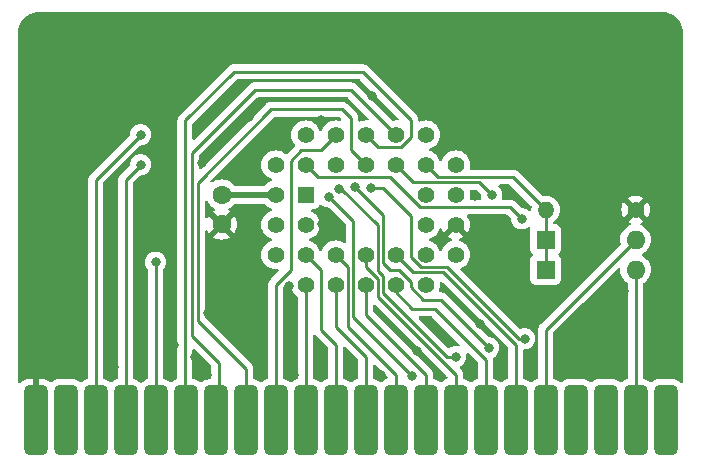
<source format=gbr>
%TF.GenerationSoftware,KiCad,Pcbnew,7.0.10*%
%TF.CreationDate,2024-01-06T19:25:43+00:00*%
%TF.ProjectId,v1a,7631612e-6b69-4636-9164-5f7063625858,rev?*%
%TF.SameCoordinates,Original*%
%TF.FileFunction,Copper,L1,Top*%
%TF.FilePolarity,Positive*%
%FSLAX46Y46*%
G04 Gerber Fmt 4.6, Leading zero omitted, Abs format (unit mm)*
G04 Created by KiCad (PCBNEW 7.0.10) date 2024-01-06 19:25:43*
%MOMM*%
%LPD*%
G01*
G04 APERTURE LIST*
G04 Aperture macros list*
%AMRoundRect*
0 Rectangle with rounded corners*
0 $1 Rounding radius*
0 $2 $3 $4 $5 $6 $7 $8 $9 X,Y pos of 4 corners*
0 Add a 4 corners polygon primitive as box body*
4,1,4,$2,$3,$4,$5,$6,$7,$8,$9,$2,$3,0*
0 Add four circle primitives for the rounded corners*
1,1,$1+$1,$2,$3*
1,1,$1+$1,$4,$5*
1,1,$1+$1,$6,$7*
1,1,$1+$1,$8,$9*
0 Add four rect primitives between the rounded corners*
20,1,$1+$1,$2,$3,$4,$5,0*
20,1,$1+$1,$4,$5,$6,$7,0*
20,1,$1+$1,$6,$7,$8,$9,0*
20,1,$1+$1,$8,$9,$2,$3,0*%
G04 Aperture macros list end*
%TA.AperFunction,ComponentPad*%
%ADD10R,1.600000X1.600000*%
%TD*%
%TA.AperFunction,ComponentPad*%
%ADD11O,1.600000X1.600000*%
%TD*%
%TA.AperFunction,ComponentPad*%
%ADD12C,1.600000*%
%TD*%
%TA.AperFunction,ComponentPad*%
%ADD13R,1.422400X1.422400*%
%TD*%
%TA.AperFunction,ComponentPad*%
%ADD14C,1.422400*%
%TD*%
%TA.AperFunction,SMDPad,CuDef*%
%ADD15RoundRect,0.508000X-0.508000X-2.464500X0.508000X-2.464500X0.508000X2.464500X-0.508000X2.464500X0*%
%TD*%
%TA.AperFunction,SMDPad,CuDef*%
%ADD16RoundRect,0.508000X-0.508000X-2.468000X0.508000X-2.468000X0.508000X2.468000X-0.508000X2.468000X0*%
%TD*%
%TA.AperFunction,ComponentPad*%
%ADD17C,1.400000*%
%TD*%
%TA.AperFunction,ComponentPad*%
%ADD18O,1.400000X1.400000*%
%TD*%
%TA.AperFunction,ViaPad*%
%ADD19C,0.800000*%
%TD*%
%TA.AperFunction,Conductor*%
%ADD20C,0.500000*%
%TD*%
%TA.AperFunction,Conductor*%
%ADD21C,0.250000*%
%TD*%
G04 APERTURE END LIST*
D10*
%TO.P,D1,1,K*%
%TO.N,Net-(D1-K)*%
X86355000Y-78740000D03*
D11*
%TO.P,D1,2,A*%
%TO.N,~{SEL}*%
X93975000Y-78740000D03*
%TD*%
D12*
%TO.P,C1,1*%
%TO.N,GND*%
X58928000Y-74890000D03*
%TO.P,C1,2*%
%TO.N,+5V*%
X58928000Y-72390000D03*
%TD*%
D13*
%TO.P,U1,1,A18*%
%TO.N,B3*%
X66040000Y-72390000D03*
D14*
%TO.P,U1,2,A16*%
%TO.N,B1*%
X63500000Y-74930000D03*
%TO.P,U1,3,A15*%
%TO.N,B0*%
X66040000Y-74930000D03*
%TO.P,U1,4,A12*%
%TO.N,A12*%
X63500000Y-77470000D03*
%TO.P,U1,5,A7*%
%TO.N,A7*%
X66040000Y-80010000D03*
%TO.P,U1,6,A6*%
%TO.N,A6*%
X66040000Y-77470000D03*
%TO.P,U1,7,A5*%
%TO.N,A5*%
X68580000Y-80010000D03*
%TO.P,U1,8,A4*%
%TO.N,A4*%
X68580000Y-77470000D03*
%TO.P,U1,9,A3*%
%TO.N,A3*%
X71120000Y-80010000D03*
%TO.P,U1,10,A2*%
%TO.N,A2*%
X71120000Y-77470000D03*
%TO.P,U1,11,A1*%
%TO.N,A1*%
X73660000Y-80010000D03*
%TO.P,U1,12,A0*%
%TO.N,A0*%
X73660000Y-77470000D03*
%TO.P,U1,13,D0*%
%TO.N,D0*%
X76200000Y-80010000D03*
%TO.P,U1,14,D1*%
%TO.N,D1*%
X78740000Y-77470000D03*
%TO.P,U1,15,D2*%
%TO.N,D2*%
X76200000Y-77470000D03*
%TO.P,U1,16,VSS*%
%TO.N,GND*%
X78740000Y-74930000D03*
%TO.P,U1,17,D3*%
%TO.N,D3*%
X76200000Y-74930000D03*
%TO.P,U1,18,D4*%
%TO.N,D4*%
X78740000Y-72390000D03*
%TO.P,U1,19,D5*%
%TO.N,D5*%
X76200000Y-72390000D03*
%TO.P,U1,20,D6*%
%TO.N,D6*%
X78740000Y-69850000D03*
%TO.P,U1,21,D7*%
%TO.N,D7*%
X76200000Y-67310000D03*
%TO.P,U1,22,~{CE}*%
%TO.N,Net-(D1-K)*%
X76200000Y-69850000D03*
%TO.P,U1,23,A10*%
%TO.N,A10*%
X73660000Y-67310000D03*
%TO.P,U1,24,~{OE}*%
%TO.N,~{R}{slash}W*%
X73660000Y-69850000D03*
%TO.P,U1,25,A11*%
%TO.N,A11*%
X71120000Y-67310000D03*
%TO.P,U1,26,A9*%
%TO.N,A9*%
X71120000Y-69850000D03*
%TO.P,U1,27,A8*%
%TO.N,A8*%
X68580000Y-67310000D03*
%TO.P,U1,28,A13*%
%TO.N,A13*%
X68580000Y-69850000D03*
%TO.P,U1,29,A14*%
%TO.N,A14*%
X66040000Y-67310000D03*
%TO.P,U1,30,A17*%
%TO.N,B2*%
X63500000Y-69850000D03*
%TO.P,U1,31,~{WE}*%
%TO.N,R{slash}~{W}*%
X66040000Y-69850000D03*
%TO.P,U1,32,VDD*%
%TO.N,+5V*%
X63500000Y-72390000D03*
%TD*%
D10*
%TO.P,D2,1,K*%
%TO.N,Net-(D1-K)*%
X86355000Y-76200000D03*
D11*
%TO.P,D2,2,A*%
%TO.N,~{CART}*%
X93975000Y-76200000D03*
%TD*%
D15*
%TO.P,J1,1,Pin_1*%
%TO.N,GND*%
X43180000Y-91440000D03*
%TO.P,J1,3,Pin_3*%
%TO.N,A15*%
X45720000Y-91440000D03*
%TO.P,J1,5,Pin_5*%
%TO.N,A14*%
X48260000Y-91440000D03*
%TO.P,J1,7,Pin_7*%
%TO.N,A13*%
X50800000Y-91440000D03*
%TO.P,J1,9,Pin_9*%
%TO.N,A12*%
X53340000Y-91440000D03*
%TO.P,J1,11,Pin_11*%
%TO.N,A11*%
X55880000Y-91440000D03*
D16*
%TO.P,J1,13,Pin_13*%
%TO.N,A10*%
X58420000Y-91443500D03*
%TO.P,J1,15,Pin_15*%
%TO.N,A9*%
X60960000Y-91443500D03*
D15*
%TO.P,J1,17,Pin_17*%
%TO.N,A8*%
X63500000Y-91440000D03*
%TO.P,J1,19,Pin_19*%
%TO.N,A7*%
X66040000Y-91440000D03*
%TO.P,J1,21,Pin_21*%
%TO.N,A6*%
X68580000Y-91440000D03*
%TO.P,J1,23,Pin_23*%
%TO.N,A5*%
X71120000Y-91440000D03*
%TO.P,J1,25,Pin_25*%
%TO.N,A4*%
X73660000Y-91440000D03*
%TO.P,J1,27,Pin_27*%
%TO.N,A3*%
X76200000Y-91440000D03*
D16*
%TO.P,J1,29,Pin_29*%
%TO.N,A2*%
X78740000Y-91443500D03*
D15*
%TO.P,J1,31,Pin_31*%
%TO.N,A1*%
X81280000Y-91440000D03*
%TO.P,J1,33,Pin_33*%
%TO.N,A0*%
X83820000Y-91440000D03*
D16*
%TO.P,J1,35,Pin_35*%
%TO.N,~{CART}*%
X86360000Y-91443500D03*
D15*
%TO.P,J1,37,Pin_37*%
%TO.N,~{NMI}*%
X88900000Y-91440000D03*
%TO.P,J1,39,Pin_39*%
%TO.N,~{RESET}*%
X91440000Y-91440000D03*
%TO.P,J1,41,Pin_41*%
%TO.N,~{SEL}*%
X93980000Y-91440000D03*
%TO.P,J1,43,Pin_43*%
%TO.N,unconnected-(J1-Pin_43-Pad43)*%
X96520000Y-91440000D03*
%TD*%
D17*
%TO.P,R1,1*%
%TO.N,GND*%
X93975000Y-73660000D03*
D18*
%TO.P,R1,2*%
%TO.N,Net-(D1-K)*%
X86355000Y-73660000D03*
%TD*%
D19*
%TO.N,GND*%
X49580800Y-84074000D03*
X51943000Y-77978000D03*
X69977000Y-87630000D03*
X64617600Y-80162400D03*
X87376000Y-87376000D03*
X49428400Y-73533000D03*
X75438000Y-85598000D03*
X57251600Y-69697600D03*
X52019200Y-85013800D03*
X54864000Y-85090000D03*
X49530000Y-79959200D03*
X52120800Y-87884000D03*
X56642000Y-86106000D03*
X77393800Y-76123800D03*
X83439000Y-72390000D03*
X51993800Y-72136000D03*
X49809400Y-86995000D03*
X57810400Y-82397600D03*
X77470000Y-84074000D03*
X61214000Y-65786000D03*
X60706000Y-84836000D03*
X50292000Y-64516000D03*
X47040800Y-86791800D03*
X77393800Y-68681600D03*
X51993800Y-81686400D03*
X67462400Y-74879200D03*
X67310000Y-87630000D03*
X72390000Y-87630000D03*
X65024000Y-87630000D03*
X80391000Y-72517000D03*
X57658000Y-87630000D03*
X80010000Y-86995000D03*
X56997600Y-66395600D03*
X58674000Y-65024000D03*
X90424000Y-83566000D03*
X59131200Y-83566000D03*
X67310000Y-66040000D03*
X80772000Y-83312000D03*
X54102000Y-75946000D03*
X54356000Y-65786000D03*
X54356000Y-82804000D03*
X46024800Y-83159600D03*
X58420000Y-80264000D03*
X85090000Y-87376000D03*
X45720000Y-76454000D03*
X61976000Y-86360000D03*
X83235800Y-77317600D03*
X80467200Y-77241400D03*
X59182000Y-78486000D03*
X60960000Y-70612000D03*
X86690200Y-81153000D03*
X71628000Y-64008000D03*
X92964000Y-80518000D03*
%TO.N,A14*%
X52070000Y-67310000D03*
%TO.N,A13*%
X52070000Y-69850000D03*
%TO.N,A12*%
X53340000Y-78105000D03*
%TO.N,B3*%
X67995800Y-72567800D03*
X75057000Y-87757000D03*
%TO.N,B2*%
X68849466Y-71866534D03*
X78740000Y-86106000D03*
%TO.N,B1*%
X70231000Y-71755000D03*
X81534000Y-85344000D03*
%TO.N,B0*%
X71577200Y-71831200D03*
X84582000Y-84582000D03*
%TO.N,~{R}{slash}W*%
X81788000Y-72390000D03*
%TO.N,R{slash}~{W}*%
X84328000Y-74422000D03*
%TD*%
D20*
%TO.N,GND*%
X64617600Y-87223600D02*
X65024000Y-87630000D01*
X43180000Y-71628000D02*
X50292000Y-64516000D01*
X50292000Y-64516000D02*
X53086000Y-64516000D01*
X64617600Y-80162400D02*
X64617600Y-87223600D01*
X90424000Y-83566000D02*
X87376000Y-86614000D01*
X54356000Y-65786000D02*
X54356000Y-75692000D01*
X53086000Y-64516000D02*
X54356000Y-65786000D01*
X54356000Y-75692000D02*
X54102000Y-75946000D01*
X87376000Y-86614000D02*
X87376000Y-87376000D01*
X43180000Y-91440000D02*
X43180000Y-71628000D01*
%TO.N,+5V*%
X63500000Y-72390000D02*
X58928000Y-72390000D01*
D21*
%TO.N,Net-(D1-K)*%
X86355000Y-73660000D02*
X83581200Y-70886200D01*
X86355000Y-73660000D02*
X86355000Y-76200000D01*
X86355000Y-78740000D02*
X86355000Y-76200000D01*
X77236200Y-70886200D02*
X76200000Y-69850000D01*
X83581200Y-70886200D02*
X77236200Y-70886200D01*
%TO.N,~{SEL}*%
X93980000Y-78745000D02*
X93975000Y-78740000D01*
X93980000Y-91440000D02*
X93980000Y-78745000D01*
%TO.N,~{CART}*%
X93975000Y-76200000D02*
X86360000Y-83815000D01*
X86360000Y-83815000D02*
X86360000Y-91443500D01*
%TO.N,A14*%
X48260000Y-91440000D02*
X48260000Y-71120000D01*
X48260000Y-71120000D02*
X52070000Y-67310000D01*
%TO.N,A13*%
X50800000Y-91440000D02*
X50800000Y-71120000D01*
X50800000Y-71120000D02*
X52070000Y-69850000D01*
%TO.N,A12*%
X53340000Y-78105000D02*
X53340000Y-91440000D01*
%TO.N,A11*%
X72156200Y-68346200D02*
X74089209Y-68346200D01*
X55817000Y-91377000D02*
X55880000Y-91440000D01*
X59944000Y-61976000D02*
X55817000Y-66103000D01*
X74930000Y-67505409D02*
X74930000Y-66040000D01*
X71120000Y-67310000D02*
X72156200Y-68346200D01*
X74930000Y-66040000D02*
X70866000Y-61976000D01*
X55817000Y-66103000D02*
X55817000Y-91377000D01*
X70866000Y-61976000D02*
X59944000Y-61976000D01*
X74089209Y-68346200D02*
X74930000Y-67505409D01*
%TO.N,A10*%
X58674000Y-86614000D02*
X56388000Y-84328000D01*
X58674000Y-91189500D02*
X58674000Y-86614000D01*
X69850000Y-63500000D02*
X73660000Y-67310000D01*
X56388000Y-84328000D02*
X56388000Y-68834000D01*
X56388000Y-68834000D02*
X61722000Y-63500000D01*
X61722000Y-63500000D02*
X69850000Y-63500000D01*
X58420000Y-91443500D02*
X58674000Y-91189500D01*
%TO.N,A9*%
X71120000Y-69850000D02*
X69850000Y-68580000D01*
X69850000Y-65889273D02*
X69111727Y-65151000D01*
X63119000Y-65151000D02*
X56896000Y-71374000D01*
X69850000Y-68580000D02*
X69850000Y-65889273D01*
X56896000Y-83058000D02*
X60960000Y-87122000D01*
X56896000Y-71374000D02*
X56896000Y-83058000D01*
X69111727Y-65151000D02*
X63119000Y-65151000D01*
X60960000Y-87122000D02*
X60960000Y-91443500D01*
%TO.N,A8*%
X67310000Y-68580000D02*
X68580000Y-67310000D01*
X63500000Y-80010000D02*
X64770000Y-78740000D01*
X63500000Y-91440000D02*
X63500000Y-80010000D01*
X64770000Y-69498295D02*
X65688295Y-68580000D01*
X65688295Y-68580000D02*
X67310000Y-68580000D01*
X64770000Y-78740000D02*
X64770000Y-69498295D01*
%TO.N,A7*%
X66040000Y-80010000D02*
X66040000Y-91440000D01*
%TO.N,A6*%
X67310000Y-83820000D02*
X67310000Y-78740000D01*
X67310000Y-78740000D02*
X66040000Y-77470000D01*
X68580000Y-85090000D02*
X67310000Y-83820000D01*
X68580000Y-91440000D02*
X68580000Y-85090000D01*
%TO.N,A5*%
X68580000Y-80010000D02*
X68580000Y-83566000D01*
X71120000Y-86106000D02*
X71120000Y-91440000D01*
X68580000Y-83566000D02*
X71120000Y-86106000D01*
%TO.N,A4*%
X73660000Y-91440000D02*
X73660000Y-87630000D01*
X69616200Y-83586200D02*
X69616200Y-78506200D01*
X73660000Y-87630000D02*
X69616200Y-83586200D01*
X69616200Y-78506200D02*
X68580000Y-77470000D01*
%TO.N,A3*%
X71120000Y-82550000D02*
X76200000Y-87630000D01*
X71120000Y-80010000D02*
X71120000Y-82550000D01*
X76200000Y-87630000D02*
X76200000Y-91440000D01*
%TO.N,B3*%
X70083800Y-74655800D02*
X70083800Y-82783800D01*
X67995800Y-72567800D02*
X70083800Y-74655800D01*
X70083800Y-82783800D02*
X75057000Y-87757000D01*
%TO.N,A2*%
X78740000Y-91443500D02*
X78740000Y-87630000D01*
X72156200Y-81046200D02*
X72156200Y-79502000D01*
X78740000Y-87630000D02*
X72156200Y-81046200D01*
X71120000Y-78486000D02*
X71140200Y-78486000D01*
X71120000Y-77470000D02*
X71120000Y-78486000D01*
X71140200Y-78486000D02*
X72156200Y-79502000D01*
%TO.N,B2*%
X72156200Y-78865604D02*
X72606200Y-79315604D01*
X69072534Y-71866534D02*
X72156200Y-74950200D01*
X72606200Y-80734200D02*
X77978000Y-86106000D01*
X77978000Y-86106000D02*
X78740000Y-86106000D01*
X72606200Y-79315604D02*
X72606200Y-80734200D01*
X72156200Y-74950200D02*
X72156200Y-78865604D01*
X68849466Y-71866534D02*
X69072534Y-71866534D01*
%TO.N,A1*%
X81280000Y-86360000D02*
X81280000Y-91440000D01*
X75057000Y-82042000D02*
X76962000Y-82042000D01*
X76962000Y-82042000D02*
X81280000Y-86360000D01*
X73660000Y-80010000D02*
X73660000Y-80645000D01*
X73660000Y-80645000D02*
X75057000Y-82042000D01*
%TO.N,B1*%
X74930000Y-80205409D02*
X76004591Y-81280000D01*
X73152000Y-78740000D02*
X73914000Y-78740000D01*
X72606200Y-74130200D02*
X72606200Y-78194200D01*
X76004591Y-81280000D02*
X77470000Y-81280000D01*
X73914000Y-78740000D02*
X74930000Y-79756000D01*
X70231000Y-71755000D02*
X72606200Y-74130200D01*
X74930000Y-79756000D02*
X74930000Y-80205409D01*
X72606200Y-78194200D02*
X73152000Y-78740000D01*
X77470000Y-81280000D02*
X81534000Y-85344000D01*
%TO.N,A0*%
X83820000Y-85090000D02*
X77703800Y-78973800D01*
X75163800Y-78973800D02*
X73660000Y-77470000D01*
X83820000Y-91440000D02*
X83820000Y-85090000D01*
X77703800Y-78973800D02*
X75163800Y-78973800D01*
%TO.N,B0*%
X84074000Y-84582000D02*
X84582000Y-84582000D01*
X75770791Y-78506200D02*
X77998200Y-78506200D01*
X77998200Y-78506200D02*
X84074000Y-84582000D01*
X71577200Y-71831200D02*
X72593200Y-71831200D01*
X74930000Y-74168000D02*
X74930000Y-77665409D01*
X72593200Y-71831200D02*
X74930000Y-74168000D01*
X74930000Y-77665409D02*
X75770791Y-78506200D01*
%TO.N,~{R}{slash}W*%
X75146200Y-71336200D02*
X73660000Y-69850000D01*
X80734200Y-71336200D02*
X75146200Y-71336200D01*
X81788000Y-72390000D02*
X80734200Y-71336200D01*
%TO.N,R{slash}~{W}*%
X67120000Y-70930000D02*
X73216000Y-70930000D01*
X75712200Y-73426200D02*
X83332200Y-73426200D01*
X83332200Y-73426200D02*
X84328000Y-74422000D01*
X73216000Y-70930000D02*
X75712200Y-73426200D01*
X66040000Y-69850000D02*
X67120000Y-70930000D01*
%TD*%
%TA.AperFunction,Conductor*%
%TO.N,GND*%
G36*
X96208415Y-56942501D02*
G01*
X96218405Y-56942501D01*
X96261571Y-56942501D01*
X96270417Y-56942817D01*
X96503577Y-56959492D01*
X96521078Y-56962009D01*
X96745156Y-57010754D01*
X96762121Y-57015735D01*
X96976991Y-57095877D01*
X96993064Y-57103218D01*
X97194332Y-57213118D01*
X97194336Y-57213120D01*
X97209219Y-57222685D01*
X97392791Y-57360105D01*
X97406162Y-57371691D01*
X97568308Y-57533837D01*
X97579894Y-57547208D01*
X97717314Y-57730780D01*
X97726879Y-57745663D01*
X97836776Y-57946924D01*
X97844124Y-57963014D01*
X97850015Y-57978807D01*
X97924262Y-58177873D01*
X97929246Y-58194848D01*
X97977989Y-58418916D01*
X97980507Y-58436428D01*
X97997183Y-58669581D01*
X97997499Y-58678427D01*
X97997499Y-88220571D01*
X97977814Y-88287610D01*
X97925010Y-88333365D01*
X97855852Y-88343309D01*
X97792296Y-88314284D01*
X97777647Y-88299237D01*
X97744569Y-88258932D01*
X97591005Y-88132905D01*
X97590998Y-88132901D01*
X97415808Y-88039260D01*
X97291167Y-88001451D01*
X97225701Y-87981592D01*
X97225699Y-87981591D01*
X97225701Y-87981591D01*
X97119415Y-87971123D01*
X97077547Y-87967000D01*
X97077543Y-87967000D01*
X95962457Y-87967000D01*
X95814300Y-87981591D01*
X95624191Y-88039260D01*
X95449001Y-88132901D01*
X95448995Y-88132905D01*
X95328664Y-88231658D01*
X95264354Y-88258970D01*
X95195487Y-88247179D01*
X95171336Y-88231658D01*
X95051004Y-88132905D01*
X95050998Y-88132901D01*
X94875805Y-88039259D01*
X94693504Y-87983958D01*
X94635066Y-87945661D01*
X94606609Y-87881849D01*
X94605500Y-87865298D01*
X94605500Y-79950686D01*
X94625185Y-79883647D01*
X94658374Y-79849113D01*
X94814139Y-79740047D01*
X94975047Y-79579139D01*
X95105568Y-79392734D01*
X95201739Y-79186496D01*
X95260635Y-78966692D01*
X95280468Y-78740000D01*
X95260635Y-78513308D01*
X95201739Y-78293504D01*
X95105568Y-78087266D01*
X94986168Y-77916744D01*
X94975045Y-77900858D01*
X94814141Y-77739954D01*
X94627734Y-77609432D01*
X94627728Y-77609429D01*
X94569882Y-77582455D01*
X94569724Y-77582381D01*
X94517285Y-77536210D01*
X94498133Y-77469017D01*
X94518348Y-77402135D01*
X94569725Y-77357618D01*
X94627734Y-77330568D01*
X94814139Y-77200047D01*
X94975047Y-77039139D01*
X95105568Y-76852734D01*
X95201739Y-76646496D01*
X95260635Y-76426692D01*
X95280468Y-76200000D01*
X95276197Y-76151188D01*
X95269355Y-76072975D01*
X95260635Y-75973308D01*
X95201739Y-75753504D01*
X95105568Y-75547266D01*
X94975047Y-75360861D01*
X94975045Y-75360858D01*
X94814141Y-75199954D01*
X94627734Y-75069432D01*
X94627732Y-75069431D01*
X94451631Y-74987313D01*
X94399192Y-74941140D01*
X94380040Y-74873947D01*
X94400256Y-74807066D01*
X94453422Y-74761731D01*
X94459243Y-74759304D01*
X94512174Y-74738798D01*
X94512181Y-74738795D01*
X94628326Y-74666879D01*
X93975001Y-74013553D01*
X93975000Y-74013553D01*
X93321672Y-74666879D01*
X93321672Y-74666880D01*
X93437821Y-74738797D01*
X93437831Y-74738802D01*
X93490756Y-74759306D01*
X93546158Y-74801879D01*
X93569748Y-74867645D01*
X93554037Y-74935726D01*
X93504013Y-74984504D01*
X93498367Y-74987314D01*
X93322267Y-75069431D01*
X93322265Y-75069432D01*
X93135858Y-75199954D01*
X92974954Y-75360858D01*
X92844432Y-75547265D01*
X92844431Y-75547267D01*
X92748261Y-75753502D01*
X92748258Y-75753511D01*
X92689366Y-75973302D01*
X92689364Y-75973313D01*
X92672681Y-76164003D01*
X92669532Y-76200000D01*
X92689364Y-76426686D01*
X92689365Y-76426691D01*
X92689366Y-76426697D01*
X92707680Y-76495048D01*
X92706017Y-76564897D01*
X92675586Y-76614821D01*
X85976208Y-83314199D01*
X85963951Y-83324020D01*
X85964134Y-83324241D01*
X85958122Y-83329214D01*
X85912098Y-83378223D01*
X85909391Y-83381016D01*
X85889889Y-83400517D01*
X85889875Y-83400534D01*
X85887407Y-83403715D01*
X85879843Y-83412570D01*
X85849937Y-83444418D01*
X85849936Y-83444420D01*
X85840284Y-83461976D01*
X85829610Y-83478226D01*
X85817329Y-83494061D01*
X85817324Y-83494068D01*
X85799975Y-83534158D01*
X85794838Y-83544644D01*
X85773803Y-83582906D01*
X85768822Y-83602307D01*
X85762521Y-83620710D01*
X85754562Y-83639102D01*
X85754561Y-83639105D01*
X85747728Y-83682243D01*
X85745360Y-83693674D01*
X85734501Y-83735971D01*
X85734500Y-83735982D01*
X85734500Y-83756016D01*
X85732973Y-83775415D01*
X85729840Y-83795194D01*
X85729840Y-83795195D01*
X85733950Y-83838674D01*
X85734500Y-83850343D01*
X85734500Y-84566368D01*
X85732093Y-84574562D01*
X85732477Y-84575324D01*
X85734500Y-84597631D01*
X85734500Y-87865298D01*
X85714815Y-87932337D01*
X85662011Y-87978092D01*
X85646496Y-87983958D01*
X85464194Y-88039259D01*
X85289001Y-88132901D01*
X85288995Y-88132905D01*
X85168664Y-88231658D01*
X85104354Y-88258970D01*
X85035487Y-88247179D01*
X85011336Y-88231658D01*
X84891004Y-88132905D01*
X84890998Y-88132901D01*
X84715805Y-88039259D01*
X84533504Y-87983958D01*
X84475066Y-87945661D01*
X84446609Y-87881849D01*
X84445500Y-87865298D01*
X84445500Y-85606500D01*
X84465185Y-85539461D01*
X84517989Y-85493706D01*
X84569500Y-85482500D01*
X84676644Y-85482500D01*
X84676646Y-85482500D01*
X84861803Y-85443144D01*
X85034730Y-85366151D01*
X85187871Y-85254888D01*
X85314533Y-85114216D01*
X85409179Y-84950284D01*
X85467674Y-84770256D01*
X85487179Y-84584668D01*
X85487892Y-84582936D01*
X85487179Y-84579329D01*
X85485132Y-84559851D01*
X85467674Y-84393744D01*
X85409179Y-84213716D01*
X85314533Y-84049784D01*
X85187871Y-83909112D01*
X85187870Y-83909111D01*
X85034734Y-83797851D01*
X85034729Y-83797848D01*
X84861807Y-83720857D01*
X84861802Y-83720855D01*
X84707311Y-83688018D01*
X84676646Y-83681500D01*
X84487354Y-83681500D01*
X84456689Y-83688018D01*
X84302198Y-83720855D01*
X84302193Y-83720857D01*
X84238376Y-83749270D01*
X84169126Y-83758554D01*
X84105850Y-83728925D01*
X84100261Y-83723671D01*
X79167718Y-78791127D01*
X79134233Y-78729804D01*
X79139217Y-78660112D01*
X79181089Y-78604179D01*
X79202995Y-78591064D01*
X79348164Y-78523371D01*
X79521841Y-78401761D01*
X79671761Y-78251841D01*
X79793371Y-78078164D01*
X79882974Y-77886009D01*
X79937849Y-77681213D01*
X79956328Y-77470000D01*
X79937849Y-77258787D01*
X79882974Y-77053991D01*
X79793371Y-76861836D01*
X79793369Y-76861833D01*
X79793368Y-76861831D01*
X79671764Y-76688163D01*
X79671759Y-76688157D01*
X79521842Y-76538240D01*
X79521836Y-76538235D01*
X79348168Y-76416631D01*
X79348164Y-76416629D01*
X79242973Y-76367578D01*
X79156009Y-76327026D01*
X79156005Y-76327024D01*
X79155998Y-76327022D01*
X79127982Y-76319515D01*
X79068323Y-76283149D01*
X79037795Y-76220302D01*
X79046091Y-76150926D01*
X79090577Y-76097049D01*
X79127989Y-76079965D01*
X79155830Y-76072505D01*
X79155838Y-76072502D01*
X79347913Y-75982937D01*
X79347917Y-75982935D01*
X79401713Y-75945266D01*
X78784401Y-75327953D01*
X78865148Y-75315165D01*
X78978045Y-75257641D01*
X79067641Y-75168045D01*
X79125165Y-75055148D01*
X79137953Y-74974400D01*
X79755266Y-75591713D01*
X79792935Y-75537917D01*
X79792937Y-75537913D01*
X79882502Y-75345838D01*
X79882506Y-75345829D01*
X79937354Y-75141131D01*
X79937356Y-75141120D01*
X79955827Y-74930001D01*
X79955827Y-74929998D01*
X79937356Y-74718879D01*
X79937354Y-74718868D01*
X79882506Y-74514170D01*
X79882502Y-74514161D01*
X79792937Y-74322088D01*
X79792936Y-74322086D01*
X79740237Y-74246823D01*
X79717910Y-74180616D01*
X79734921Y-74112849D01*
X79785869Y-74065037D01*
X79841812Y-74051700D01*
X83021748Y-74051700D01*
X83088787Y-74071385D01*
X83109429Y-74088019D01*
X83389038Y-74367629D01*
X83422523Y-74428952D01*
X83424678Y-74442348D01*
X83431246Y-74504835D01*
X83442326Y-74610256D01*
X83442327Y-74610259D01*
X83500818Y-74790277D01*
X83500821Y-74790284D01*
X83595467Y-74954216D01*
X83674917Y-75042454D01*
X83722129Y-75094888D01*
X83875265Y-75206148D01*
X83875270Y-75206151D01*
X84048192Y-75283142D01*
X84048197Y-75283144D01*
X84233354Y-75322500D01*
X84233355Y-75322500D01*
X84422644Y-75322500D01*
X84422646Y-75322500D01*
X84607803Y-75283144D01*
X84780730Y-75206151D01*
X84876403Y-75136640D01*
X84942205Y-75113162D01*
X85010259Y-75128987D01*
X85058954Y-75179092D01*
X85072830Y-75247570D01*
X85065469Y-75280288D01*
X85060908Y-75292515D01*
X85060908Y-75292516D01*
X85054501Y-75352116D01*
X85054501Y-75352123D01*
X85054500Y-75352135D01*
X85054500Y-77047870D01*
X85054501Y-77047876D01*
X85060908Y-77107483D01*
X85111202Y-77242328D01*
X85111206Y-77242335D01*
X85197452Y-77357544D01*
X85197453Y-77357544D01*
X85197454Y-77357546D01*
X85215070Y-77370733D01*
X85215071Y-77370734D01*
X85256941Y-77426668D01*
X85261925Y-77496360D01*
X85228439Y-77557683D01*
X85215071Y-77569266D01*
X85197452Y-77582455D01*
X85111206Y-77697664D01*
X85111202Y-77697671D01*
X85060908Y-77832517D01*
X85054501Y-77892116D01*
X85054501Y-77892123D01*
X85054500Y-77892135D01*
X85054500Y-79587870D01*
X85054501Y-79587876D01*
X85060908Y-79647483D01*
X85111202Y-79782328D01*
X85111206Y-79782335D01*
X85197452Y-79897544D01*
X85197455Y-79897547D01*
X85312664Y-79983793D01*
X85312671Y-79983797D01*
X85447517Y-80034091D01*
X85447516Y-80034091D01*
X85454444Y-80034835D01*
X85507127Y-80040500D01*
X87202872Y-80040499D01*
X87262483Y-80034091D01*
X87397331Y-79983796D01*
X87512546Y-79897546D01*
X87598796Y-79782331D01*
X87649091Y-79647483D01*
X87655500Y-79587873D01*
X87655499Y-77892128D01*
X87649091Y-77832517D01*
X87622675Y-77761693D01*
X87598797Y-77697671D01*
X87598793Y-77697664D01*
X87512547Y-77582455D01*
X87512546Y-77582454D01*
X87499630Y-77572785D01*
X87494929Y-77569266D01*
X87453058Y-77513334D01*
X87448074Y-77443642D01*
X87481558Y-77382319D01*
X87494930Y-77370733D01*
X87512546Y-77357546D01*
X87598796Y-77242331D01*
X87649091Y-77107483D01*
X87655500Y-77047873D01*
X87655499Y-75352128D01*
X87649091Y-75292517D01*
X87649090Y-75292515D01*
X87598797Y-75157671D01*
X87598793Y-75157664D01*
X87512547Y-75042455D01*
X87512544Y-75042452D01*
X87397335Y-74956206D01*
X87397328Y-74956202D01*
X87262482Y-74905908D01*
X87262483Y-74905908D01*
X87202883Y-74899501D01*
X87202881Y-74899500D01*
X87202873Y-74899500D01*
X87202865Y-74899500D01*
X87104500Y-74899500D01*
X87037461Y-74879815D01*
X86991706Y-74827011D01*
X86980500Y-74775500D01*
X86980500Y-74753765D01*
X87000185Y-74686726D01*
X87039220Y-74648340D01*
X87081562Y-74622124D01*
X87226495Y-74490000D01*
X87245979Y-74472238D01*
X87261192Y-74452094D01*
X87380058Y-74294689D01*
X87479229Y-74095528D01*
X87540115Y-73881536D01*
X87560643Y-73660000D01*
X92769859Y-73660000D01*
X92790378Y-73881439D01*
X92851240Y-74095350D01*
X92950369Y-74294428D01*
X92966137Y-74315308D01*
X92966138Y-74315308D01*
X93592145Y-73689302D01*
X93621372Y-73689302D01*
X93650047Y-73802538D01*
X93713936Y-73900327D01*
X93806115Y-73972072D01*
X93916595Y-74010000D01*
X94004005Y-74010000D01*
X94090216Y-73995614D01*
X94192947Y-73940019D01*
X94272060Y-73854079D01*
X94318982Y-73747108D01*
X94326200Y-73660000D01*
X94328553Y-73660000D01*
X94983861Y-74315308D01*
X94999631Y-74294425D01*
X94999633Y-74294422D01*
X95098759Y-74095350D01*
X95159621Y-73881439D01*
X95180141Y-73660000D01*
X95180141Y-73659999D01*
X95159621Y-73438560D01*
X95098759Y-73224649D01*
X94999635Y-73025580D01*
X94999630Y-73025572D01*
X94983860Y-73004690D01*
X94328553Y-73659999D01*
X94328553Y-73660000D01*
X94326200Y-73660000D01*
X94328628Y-73630698D01*
X94299953Y-73517462D01*
X94236064Y-73419673D01*
X94143885Y-73347928D01*
X94033405Y-73310000D01*
X93945995Y-73310000D01*
X93859784Y-73324386D01*
X93757053Y-73379981D01*
X93677940Y-73465921D01*
X93631018Y-73572892D01*
X93621372Y-73689302D01*
X93592145Y-73689302D01*
X93621447Y-73660000D01*
X92966138Y-73004691D01*
X92966137Y-73004691D01*
X92950368Y-73025574D01*
X92851240Y-73224649D01*
X92790378Y-73438560D01*
X92769859Y-73659999D01*
X92769859Y-73660000D01*
X87560643Y-73660000D01*
X87558590Y-73637849D01*
X87540115Y-73438464D01*
X87540114Y-73438462D01*
X87537405Y-73428942D01*
X87479229Y-73224472D01*
X87479224Y-73224461D01*
X87380061Y-73025316D01*
X87380056Y-73025308D01*
X87245979Y-72847761D01*
X87081562Y-72697876D01*
X87081560Y-72697874D01*
X87009278Y-72653119D01*
X93321671Y-72653119D01*
X93975000Y-73306447D01*
X93975001Y-73306447D01*
X94628327Y-72653119D01*
X94512178Y-72581202D01*
X94512177Y-72581201D01*
X94304804Y-72500865D01*
X94086193Y-72460000D01*
X93863807Y-72460000D01*
X93645195Y-72500865D01*
X93437824Y-72581200D01*
X93437823Y-72581201D01*
X93321671Y-72653119D01*
X87009278Y-72653119D01*
X86892404Y-72580754D01*
X86892398Y-72580752D01*
X86885963Y-72578259D01*
X86684940Y-72500382D01*
X86466243Y-72459500D01*
X86243757Y-72459500D01*
X86187172Y-72470077D01*
X86135570Y-72479723D01*
X86066055Y-72472691D01*
X86025105Y-72445515D01*
X85064523Y-71484933D01*
X84082003Y-70502412D01*
X84072180Y-70490150D01*
X84071959Y-70490334D01*
X84066986Y-70484322D01*
X84017976Y-70438299D01*
X84015177Y-70435586D01*
X83995677Y-70416085D01*
X83995671Y-70416080D01*
X83992486Y-70413609D01*
X83983634Y-70406048D01*
X83951782Y-70376138D01*
X83951780Y-70376136D01*
X83951777Y-70376135D01*
X83934229Y-70366488D01*
X83917963Y-70355804D01*
X83902132Y-70343524D01*
X83862049Y-70326178D01*
X83851563Y-70321041D01*
X83813294Y-70300003D01*
X83813292Y-70300002D01*
X83793893Y-70295022D01*
X83775481Y-70288718D01*
X83757098Y-70280762D01*
X83757092Y-70280760D01*
X83713960Y-70273929D01*
X83702522Y-70271561D01*
X83660220Y-70260700D01*
X83660219Y-70260700D01*
X83640184Y-70260700D01*
X83620786Y-70259173D01*
X83613362Y-70257997D01*
X83601005Y-70256040D01*
X83601004Y-70256040D01*
X83557525Y-70260150D01*
X83545856Y-70260700D01*
X80045997Y-70260700D01*
X79978958Y-70241015D01*
X79933203Y-70188211D01*
X79923259Y-70119053D01*
X79926222Y-70104608D01*
X79934812Y-70072547D01*
X79937849Y-70061213D01*
X79956328Y-69850000D01*
X79954547Y-69829649D01*
X79952632Y-69807757D01*
X79937849Y-69638787D01*
X79882974Y-69433991D01*
X79793371Y-69241836D01*
X79793369Y-69241833D01*
X79793368Y-69241831D01*
X79671764Y-69068163D01*
X79671759Y-69068157D01*
X79521842Y-68918240D01*
X79521836Y-68918235D01*
X79348168Y-68796631D01*
X79348164Y-68796629D01*
X79156009Y-68707026D01*
X79156005Y-68707025D01*
X79156001Y-68707023D01*
X78951218Y-68652152D01*
X78951208Y-68652150D01*
X78740001Y-68633672D01*
X78739999Y-68633672D01*
X78528791Y-68652150D01*
X78528781Y-68652152D01*
X78323998Y-68707023D01*
X78323989Y-68707027D01*
X78131835Y-68796629D01*
X78131831Y-68796631D01*
X77958163Y-68918235D01*
X77958157Y-68918240D01*
X77808240Y-69068157D01*
X77808235Y-69068163D01*
X77686631Y-69241831D01*
X77686629Y-69241835D01*
X77597027Y-69433989D01*
X77597024Y-69433996D01*
X77589775Y-69461051D01*
X77553409Y-69520711D01*
X77490562Y-69551240D01*
X77421187Y-69542945D01*
X77367309Y-69498459D01*
X77350225Y-69461051D01*
X77342975Y-69433996D01*
X77342974Y-69433991D01*
X77253371Y-69241836D01*
X77253369Y-69241833D01*
X77253368Y-69241831D01*
X77131764Y-69068163D01*
X77131759Y-69068157D01*
X76981842Y-68918240D01*
X76981836Y-68918235D01*
X76808168Y-68796631D01*
X76808164Y-68796629D01*
X76616009Y-68707026D01*
X76616005Y-68707025D01*
X76616001Y-68707023D01*
X76588949Y-68699775D01*
X76529288Y-68663410D01*
X76498759Y-68600563D01*
X76507054Y-68531188D01*
X76551539Y-68477310D01*
X76588949Y-68460225D01*
X76606930Y-68455406D01*
X76616009Y-68452974D01*
X76808164Y-68363371D01*
X76981841Y-68241761D01*
X77131761Y-68091841D01*
X77253371Y-67918164D01*
X77342974Y-67726009D01*
X77397849Y-67521213D01*
X77416328Y-67310000D01*
X77397849Y-67098787D01*
X77342974Y-66893991D01*
X77253371Y-66701836D01*
X77253369Y-66701833D01*
X77253368Y-66701831D01*
X77131764Y-66528163D01*
X77131759Y-66528157D01*
X76981842Y-66378240D01*
X76981836Y-66378235D01*
X76808168Y-66256631D01*
X76808164Y-66256629D01*
X76616009Y-66167026D01*
X76616005Y-66167025D01*
X76616001Y-66167023D01*
X76411218Y-66112152D01*
X76411208Y-66112150D01*
X76200001Y-66093672D01*
X76199999Y-66093672D01*
X75988791Y-66112150D01*
X75988781Y-66112152D01*
X75783998Y-66167023D01*
X75783988Y-66167027D01*
X75733473Y-66190582D01*
X75664395Y-66201073D01*
X75600612Y-66172552D01*
X75562373Y-66114075D01*
X75557131Y-66082093D01*
X75557122Y-66081816D01*
X75555561Y-66032125D01*
X75555500Y-66028231D01*
X75555500Y-66000654D01*
X75555500Y-66000650D01*
X75554996Y-65996665D01*
X75554080Y-65985021D01*
X75553797Y-65976018D01*
X75552709Y-65941373D01*
X75547122Y-65922144D01*
X75543174Y-65903084D01*
X75542754Y-65899759D01*
X75540664Y-65883208D01*
X75540663Y-65883206D01*
X75540663Y-65883204D01*
X75524588Y-65842604D01*
X75520804Y-65831552D01*
X75508618Y-65789609D01*
X75508616Y-65789606D01*
X75498423Y-65772371D01*
X75489861Y-65754894D01*
X75482487Y-65736269D01*
X75456816Y-65700937D01*
X75450405Y-65691177D01*
X75428170Y-65653580D01*
X75428168Y-65653578D01*
X75428165Y-65653574D01*
X75414006Y-65639415D01*
X75401368Y-65624619D01*
X75389594Y-65608413D01*
X75384461Y-65604167D01*
X75355940Y-65580572D01*
X75347299Y-65572709D01*
X71366803Y-61592212D01*
X71356980Y-61579950D01*
X71356759Y-61580134D01*
X71351786Y-61574122D01*
X71302776Y-61528099D01*
X71299977Y-61525386D01*
X71280477Y-61505885D01*
X71280471Y-61505880D01*
X71277286Y-61503409D01*
X71268434Y-61495848D01*
X71236582Y-61465938D01*
X71236580Y-61465936D01*
X71236577Y-61465935D01*
X71219029Y-61456288D01*
X71202763Y-61445604D01*
X71186932Y-61433324D01*
X71146849Y-61415978D01*
X71136363Y-61410841D01*
X71098094Y-61389803D01*
X71098092Y-61389802D01*
X71078693Y-61384822D01*
X71060281Y-61378518D01*
X71041898Y-61370562D01*
X71041892Y-61370560D01*
X70998760Y-61363729D01*
X70987322Y-61361361D01*
X70945020Y-61350500D01*
X70945019Y-61350500D01*
X70924984Y-61350500D01*
X70905586Y-61348973D01*
X70898162Y-61347797D01*
X70885805Y-61345840D01*
X70885804Y-61345840D01*
X70842325Y-61349950D01*
X70830656Y-61350500D01*
X60026737Y-61350500D01*
X60011120Y-61348776D01*
X60011093Y-61349062D01*
X60003331Y-61348327D01*
X59936144Y-61350439D01*
X59932250Y-61350500D01*
X59904650Y-61350500D01*
X59900962Y-61350965D01*
X59900649Y-61351005D01*
X59889031Y-61351918D01*
X59845372Y-61353290D01*
X59845369Y-61353291D01*
X59826126Y-61358881D01*
X59807083Y-61362825D01*
X59787204Y-61365336D01*
X59787203Y-61365337D01*
X59746593Y-61381415D01*
X59735548Y-61385197D01*
X59693608Y-61397383D01*
X59693604Y-61397385D01*
X59676365Y-61407580D01*
X59658898Y-61416137D01*
X59640269Y-61423512D01*
X59640267Y-61423514D01*
X59604926Y-61449189D01*
X59595168Y-61455599D01*
X59557580Y-61477828D01*
X59543408Y-61492000D01*
X59528623Y-61504628D01*
X59512412Y-61516407D01*
X59484571Y-61550059D01*
X59476711Y-61558696D01*
X55433208Y-65602199D01*
X55420951Y-65612020D01*
X55421134Y-65612241D01*
X55415122Y-65617214D01*
X55369098Y-65666223D01*
X55366391Y-65669016D01*
X55346889Y-65688517D01*
X55346875Y-65688534D01*
X55344407Y-65691715D01*
X55336843Y-65700570D01*
X55306937Y-65732418D01*
X55306936Y-65732420D01*
X55297284Y-65749976D01*
X55286610Y-65766226D01*
X55274329Y-65782061D01*
X55274324Y-65782068D01*
X55256975Y-65822158D01*
X55251838Y-65832644D01*
X55230803Y-65870906D01*
X55225822Y-65890307D01*
X55219521Y-65908710D01*
X55211562Y-65927102D01*
X55211561Y-65927105D01*
X55204728Y-65970243D01*
X55202360Y-65981674D01*
X55191501Y-66023971D01*
X55191500Y-66023982D01*
X55191500Y-66044016D01*
X55189973Y-66063415D01*
X55186840Y-66083194D01*
X55186840Y-66083195D01*
X55190950Y-66126674D01*
X55191500Y-66138343D01*
X55191500Y-87884409D01*
X55171815Y-87951448D01*
X55119011Y-87997203D01*
X55103496Y-88003069D01*
X54984194Y-88039259D01*
X54809001Y-88132901D01*
X54808995Y-88132905D01*
X54688664Y-88231658D01*
X54624354Y-88258970D01*
X54555487Y-88247179D01*
X54531336Y-88231658D01*
X54411004Y-88132905D01*
X54410998Y-88132901D01*
X54235805Y-88039259D01*
X54053504Y-87983958D01*
X53995066Y-87945661D01*
X53966609Y-87881849D01*
X53965500Y-87865298D01*
X53965500Y-78803687D01*
X53985185Y-78736648D01*
X53997350Y-78720715D01*
X54028312Y-78686328D01*
X54072533Y-78637216D01*
X54167179Y-78473284D01*
X54225674Y-78293256D01*
X54245460Y-78105000D01*
X54225674Y-77916744D01*
X54167179Y-77736716D01*
X54072533Y-77572784D01*
X53945871Y-77432112D01*
X53938378Y-77426668D01*
X53792734Y-77320851D01*
X53792729Y-77320848D01*
X53619807Y-77243857D01*
X53619802Y-77243855D01*
X53474001Y-77212865D01*
X53434646Y-77204500D01*
X53245354Y-77204500D01*
X53212897Y-77211398D01*
X53060197Y-77243855D01*
X53060192Y-77243857D01*
X52887270Y-77320848D01*
X52887265Y-77320851D01*
X52734129Y-77432111D01*
X52607466Y-77572785D01*
X52512821Y-77736715D01*
X52512818Y-77736722D01*
X52454327Y-77916740D01*
X52454326Y-77916744D01*
X52434540Y-78105000D01*
X52454326Y-78293256D01*
X52454327Y-78293259D01*
X52512818Y-78473277D01*
X52512821Y-78473284D01*
X52607467Y-78637216D01*
X52650772Y-78685310D01*
X52682650Y-78720715D01*
X52712880Y-78783706D01*
X52714500Y-78803687D01*
X52714500Y-87865298D01*
X52694815Y-87932337D01*
X52642011Y-87978092D01*
X52626496Y-87983958D01*
X52444194Y-88039259D01*
X52269001Y-88132901D01*
X52268995Y-88132905D01*
X52148664Y-88231658D01*
X52084354Y-88258970D01*
X52015487Y-88247179D01*
X51991336Y-88231658D01*
X51871004Y-88132905D01*
X51870998Y-88132901D01*
X51695805Y-88039259D01*
X51513504Y-87983958D01*
X51455066Y-87945661D01*
X51426609Y-87881849D01*
X51425500Y-87865298D01*
X51425500Y-71430452D01*
X51445185Y-71363413D01*
X51461819Y-71342771D01*
X52017772Y-70786819D01*
X52079095Y-70753334D01*
X52105453Y-70750500D01*
X52164644Y-70750500D01*
X52164646Y-70750500D01*
X52349803Y-70711144D01*
X52522730Y-70634151D01*
X52675871Y-70522888D01*
X52802533Y-70382216D01*
X52897179Y-70218284D01*
X52955674Y-70038256D01*
X52975460Y-69850000D01*
X52955674Y-69661744D01*
X52897179Y-69481716D01*
X52802533Y-69317784D01*
X52675871Y-69177112D01*
X52669431Y-69172433D01*
X52522734Y-69065851D01*
X52522729Y-69065848D01*
X52349807Y-68988857D01*
X52349802Y-68988855D01*
X52194539Y-68955854D01*
X52164646Y-68949500D01*
X51975354Y-68949500D01*
X51945461Y-68955854D01*
X51790197Y-68988855D01*
X51790192Y-68988857D01*
X51617270Y-69065848D01*
X51617265Y-69065851D01*
X51464129Y-69177111D01*
X51337466Y-69317785D01*
X51242821Y-69481715D01*
X51242818Y-69481722D01*
X51217935Y-69558306D01*
X51184326Y-69661744D01*
X51166679Y-69829649D01*
X51140094Y-69894263D01*
X51131039Y-69904368D01*
X50416208Y-70619199D01*
X50403951Y-70629020D01*
X50404134Y-70629241D01*
X50398122Y-70634214D01*
X50352098Y-70683223D01*
X50349391Y-70686016D01*
X50329889Y-70705517D01*
X50329875Y-70705534D01*
X50327407Y-70708715D01*
X50319843Y-70717570D01*
X50289937Y-70749418D01*
X50289936Y-70749420D01*
X50280284Y-70766976D01*
X50269610Y-70783226D01*
X50257329Y-70799061D01*
X50257324Y-70799068D01*
X50239975Y-70839158D01*
X50234838Y-70849644D01*
X50213803Y-70887906D01*
X50208822Y-70907307D01*
X50202521Y-70925710D01*
X50194562Y-70944102D01*
X50194561Y-70944105D01*
X50187728Y-70987243D01*
X50185360Y-70998674D01*
X50174501Y-71040971D01*
X50174500Y-71040982D01*
X50174500Y-71061016D01*
X50172973Y-71080415D01*
X50169840Y-71100194D01*
X50169840Y-71100195D01*
X50173950Y-71143674D01*
X50174500Y-71155343D01*
X50174500Y-87865298D01*
X50154815Y-87932337D01*
X50102011Y-87978092D01*
X50086496Y-87983958D01*
X49904194Y-88039259D01*
X49729001Y-88132901D01*
X49728995Y-88132905D01*
X49608664Y-88231658D01*
X49544354Y-88258970D01*
X49475487Y-88247179D01*
X49451336Y-88231658D01*
X49331004Y-88132905D01*
X49330998Y-88132901D01*
X49155805Y-88039259D01*
X48973504Y-87983958D01*
X48915066Y-87945661D01*
X48886609Y-87881849D01*
X48885500Y-87865298D01*
X48885500Y-71430452D01*
X48905185Y-71363413D01*
X48921819Y-71342771D01*
X52017771Y-68246819D01*
X52079094Y-68213334D01*
X52105452Y-68210500D01*
X52164644Y-68210500D01*
X52164646Y-68210500D01*
X52349803Y-68171144D01*
X52522730Y-68094151D01*
X52675871Y-67982888D01*
X52802533Y-67842216D01*
X52897179Y-67678284D01*
X52955674Y-67498256D01*
X52975460Y-67310000D01*
X52955674Y-67121744D01*
X52897179Y-66941716D01*
X52802533Y-66777784D01*
X52675871Y-66637112D01*
X52675870Y-66637111D01*
X52522734Y-66525851D01*
X52522729Y-66525848D01*
X52349807Y-66448857D01*
X52349802Y-66448855D01*
X52204001Y-66417865D01*
X52164646Y-66409500D01*
X51975354Y-66409500D01*
X51942897Y-66416398D01*
X51790197Y-66448855D01*
X51790192Y-66448857D01*
X51617270Y-66525848D01*
X51617265Y-66525851D01*
X51464129Y-66637111D01*
X51337466Y-66777785D01*
X51242821Y-66941715D01*
X51242818Y-66941722D01*
X51191787Y-67098781D01*
X51184326Y-67121744D01*
X51176405Y-67197105D01*
X51166678Y-67289651D01*
X51140093Y-67354266D01*
X51131038Y-67364370D01*
X47876208Y-70619199D01*
X47863951Y-70629020D01*
X47864134Y-70629241D01*
X47858122Y-70634214D01*
X47812098Y-70683223D01*
X47809391Y-70686016D01*
X47789889Y-70705517D01*
X47789875Y-70705534D01*
X47787407Y-70708715D01*
X47779843Y-70717570D01*
X47749937Y-70749418D01*
X47749936Y-70749420D01*
X47740284Y-70766976D01*
X47729610Y-70783226D01*
X47717329Y-70799061D01*
X47717324Y-70799068D01*
X47699975Y-70839158D01*
X47694838Y-70849644D01*
X47673803Y-70887906D01*
X47668822Y-70907307D01*
X47662521Y-70925710D01*
X47654562Y-70944102D01*
X47654561Y-70944105D01*
X47647728Y-70987243D01*
X47645360Y-70998674D01*
X47634501Y-71040971D01*
X47634500Y-71040982D01*
X47634500Y-71061016D01*
X47632973Y-71080415D01*
X47629840Y-71100194D01*
X47629840Y-71100195D01*
X47633950Y-71143674D01*
X47634500Y-71155343D01*
X47634500Y-87865298D01*
X47614815Y-87932337D01*
X47562011Y-87978092D01*
X47546496Y-87983958D01*
X47364194Y-88039259D01*
X47189001Y-88132901D01*
X47188995Y-88132905D01*
X47068664Y-88231658D01*
X47004354Y-88258970D01*
X46935487Y-88247179D01*
X46911336Y-88231658D01*
X46791004Y-88132905D01*
X46790998Y-88132901D01*
X46615808Y-88039260D01*
X46491167Y-88001451D01*
X46425701Y-87981592D01*
X46425699Y-87981591D01*
X46425701Y-87981591D01*
X46319415Y-87971123D01*
X46277547Y-87967000D01*
X46277543Y-87967000D01*
X45162457Y-87967000D01*
X45014300Y-87981591D01*
X44824191Y-88039260D01*
X44649001Y-88132901D01*
X44648994Y-88132905D01*
X44528270Y-88231982D01*
X44463960Y-88259295D01*
X44395092Y-88247504D01*
X44370940Y-88231982D01*
X44250725Y-88133325D01*
X44250718Y-88133320D01*
X44075612Y-88039724D01*
X43885605Y-87982085D01*
X43885603Y-87982084D01*
X43737515Y-87967500D01*
X42622485Y-87967500D01*
X42474396Y-87982084D01*
X42474394Y-87982085D01*
X42284387Y-88039724D01*
X42109281Y-88133320D01*
X42109274Y-88133325D01*
X41955787Y-88259287D01*
X41922353Y-88300028D01*
X41864608Y-88339362D01*
X41794763Y-88341233D01*
X41734995Y-88305046D01*
X41704279Y-88242290D01*
X41702500Y-88221363D01*
X41702500Y-58678427D01*
X41702816Y-58669581D01*
X41704491Y-58646156D01*
X41719491Y-58436419D01*
X41722009Y-58418916D01*
X41770754Y-58194839D01*
X41775736Y-58177873D01*
X41855876Y-57963007D01*
X41863217Y-57946934D01*
X41973121Y-57745660D01*
X41982683Y-57730783D01*
X42120107Y-57547206D01*
X42131686Y-57533842D01*
X42293842Y-57371686D01*
X42307206Y-57360107D01*
X42490783Y-57222683D01*
X42505663Y-57213120D01*
X42706934Y-57103217D01*
X42723007Y-57095876D01*
X42937881Y-57015733D01*
X42954839Y-57010754D01*
X43178922Y-56962007D01*
X43196419Y-56959491D01*
X43429582Y-56942816D01*
X43438428Y-56942500D01*
X43481595Y-56942500D01*
X96208403Y-56942500D01*
X96208415Y-56942501D01*
G37*
%TD.AperFunction*%
%TA.AperFunction,Conductor*%
G36*
X56647703Y-85472739D02*
G01*
X56654181Y-85478771D01*
X58012181Y-86836771D01*
X58045666Y-86898094D01*
X58048500Y-86924452D01*
X58048500Y-87843000D01*
X58028815Y-87910039D01*
X57976011Y-87955794D01*
X57924502Y-87967000D01*
X57862457Y-87967000D01*
X57714300Y-87981591D01*
X57524191Y-88039260D01*
X57349001Y-88132901D01*
X57348995Y-88132905D01*
X57228664Y-88231658D01*
X57164354Y-88258970D01*
X57095487Y-88247179D01*
X57071336Y-88231658D01*
X56951004Y-88132905D01*
X56950998Y-88132901D01*
X56775808Y-88039260D01*
X56585699Y-87981591D01*
X56554344Y-87978503D01*
X56489557Y-87952341D01*
X56449199Y-87895306D01*
X56442500Y-87855100D01*
X56442500Y-85566452D01*
X56462185Y-85499413D01*
X56514989Y-85453658D01*
X56584147Y-85443714D01*
X56647703Y-85472739D01*
G37*
%TD.AperFunction*%
%TA.AperFunction,Conductor*%
G36*
X62552574Y-73160185D02*
G01*
X62573216Y-73176818D01*
X62718159Y-73321761D01*
X62718162Y-73321763D01*
X62718163Y-73321764D01*
X62891831Y-73443368D01*
X62891833Y-73443369D01*
X62891836Y-73443371D01*
X63083991Y-73532974D01*
X63098717Y-73536919D01*
X63111051Y-73540225D01*
X63170711Y-73576591D01*
X63201240Y-73639438D01*
X63192945Y-73708813D01*
X63148459Y-73762691D01*
X63111051Y-73779775D01*
X63083996Y-73787024D01*
X63083989Y-73787027D01*
X62891835Y-73876629D01*
X62891831Y-73876631D01*
X62718163Y-73998235D01*
X62718157Y-73998240D01*
X62568240Y-74148157D01*
X62568235Y-74148163D01*
X62446631Y-74321831D01*
X62446629Y-74321835D01*
X62387368Y-74448922D01*
X62361296Y-74504835D01*
X62357027Y-74513989D01*
X62357023Y-74513998D01*
X62302152Y-74718781D01*
X62302150Y-74718791D01*
X62283672Y-74929999D01*
X62283672Y-74930000D01*
X62302150Y-75141208D01*
X62302152Y-75141218D01*
X62357023Y-75346001D01*
X62357025Y-75346005D01*
X62357026Y-75346009D01*
X62389397Y-75415429D01*
X62446629Y-75538164D01*
X62446631Y-75538168D01*
X62568235Y-75711836D01*
X62568240Y-75711842D01*
X62718157Y-75861759D01*
X62718163Y-75861764D01*
X62891831Y-75983368D01*
X62891833Y-75983369D01*
X62891836Y-75983371D01*
X63083991Y-76072974D01*
X63098717Y-76076919D01*
X63111051Y-76080225D01*
X63170711Y-76116591D01*
X63201240Y-76179438D01*
X63192945Y-76248813D01*
X63148459Y-76302691D01*
X63111051Y-76319775D01*
X63083996Y-76327024D01*
X63083989Y-76327027D01*
X62891835Y-76416629D01*
X62891831Y-76416631D01*
X62718163Y-76538235D01*
X62718157Y-76538240D01*
X62568240Y-76688157D01*
X62568235Y-76688163D01*
X62446631Y-76861831D01*
X62446629Y-76861835D01*
X62446629Y-76861836D01*
X62359878Y-77047876D01*
X62357027Y-77053989D01*
X62357023Y-77053998D01*
X62302152Y-77258781D01*
X62302150Y-77258791D01*
X62283672Y-77469999D01*
X62283672Y-77470000D01*
X62302150Y-77681208D01*
X62302152Y-77681218D01*
X62357023Y-77886001D01*
X62357025Y-77886005D01*
X62357026Y-77886009D01*
X62363952Y-77900861D01*
X62446629Y-78078164D01*
X62446631Y-78078168D01*
X62568235Y-78251836D01*
X62568240Y-78251842D01*
X62718157Y-78401759D01*
X62718163Y-78401764D01*
X62891831Y-78523368D01*
X62891833Y-78523369D01*
X62891836Y-78523371D01*
X63083991Y-78612974D01*
X63288787Y-78667849D01*
X63457757Y-78682632D01*
X63499999Y-78686328D01*
X63500000Y-78686328D01*
X63641790Y-78673922D01*
X63710287Y-78687688D01*
X63760470Y-78736303D01*
X63776404Y-78804331D01*
X63753029Y-78870175D01*
X63740276Y-78885131D01*
X63116208Y-79509199D01*
X63103951Y-79519020D01*
X63104134Y-79519241D01*
X63098122Y-79524214D01*
X63052098Y-79573223D01*
X63049391Y-79576016D01*
X63029889Y-79595517D01*
X63029875Y-79595534D01*
X63027407Y-79598715D01*
X63019843Y-79607570D01*
X62989937Y-79639418D01*
X62989936Y-79639420D01*
X62980284Y-79656976D01*
X62969610Y-79673226D01*
X62957329Y-79689061D01*
X62957324Y-79689068D01*
X62939975Y-79729158D01*
X62934838Y-79739642D01*
X62934616Y-79740047D01*
X62913803Y-79777906D01*
X62908822Y-79797307D01*
X62902521Y-79815710D01*
X62894562Y-79834102D01*
X62894561Y-79834105D01*
X62887728Y-79877243D01*
X62885360Y-79888674D01*
X62874501Y-79930971D01*
X62874500Y-79930982D01*
X62874500Y-79951016D01*
X62872973Y-79970415D01*
X62869840Y-79990194D01*
X62869840Y-79990195D01*
X62873950Y-80033674D01*
X62874500Y-80045343D01*
X62874500Y-87865298D01*
X62854815Y-87932337D01*
X62802011Y-87978092D01*
X62786496Y-87983958D01*
X62604194Y-88039259D01*
X62429001Y-88132901D01*
X62428995Y-88132905D01*
X62308664Y-88231658D01*
X62244354Y-88258970D01*
X62175487Y-88247179D01*
X62151336Y-88231658D01*
X62031004Y-88132905D01*
X62030998Y-88132901D01*
X61855805Y-88039259D01*
X61673504Y-87983958D01*
X61615066Y-87945661D01*
X61586609Y-87881849D01*
X61585500Y-87865298D01*
X61585500Y-87204742D01*
X61587224Y-87189122D01*
X61586939Y-87189096D01*
X61587671Y-87181340D01*
X61587673Y-87181333D01*
X61585561Y-87114126D01*
X61585500Y-87110231D01*
X61585500Y-87082654D01*
X61585500Y-87082650D01*
X61584996Y-87078665D01*
X61584080Y-87067021D01*
X61582709Y-87023373D01*
X61577122Y-87004144D01*
X61573174Y-86985084D01*
X61572194Y-86977323D01*
X61570664Y-86965208D01*
X61570663Y-86965206D01*
X61570663Y-86965204D01*
X61554588Y-86924604D01*
X61550804Y-86913552D01*
X61538618Y-86871609D01*
X61538616Y-86871606D01*
X61528423Y-86854371D01*
X61519861Y-86836894D01*
X61512487Y-86818269D01*
X61486816Y-86782937D01*
X61480405Y-86773177D01*
X61458170Y-86735580D01*
X61458168Y-86735578D01*
X61458165Y-86735574D01*
X61444006Y-86721415D01*
X61431368Y-86706619D01*
X61419594Y-86690413D01*
X61410691Y-86683048D01*
X61385940Y-86662572D01*
X61377299Y-86654709D01*
X57557819Y-82835228D01*
X57524334Y-82773905D01*
X57521500Y-82747547D01*
X57521500Y-75509142D01*
X57541185Y-75442103D01*
X57593989Y-75396348D01*
X57663147Y-75386404D01*
X57726703Y-75415429D01*
X57757882Y-75456738D01*
X57797863Y-75542478D01*
X57848974Y-75615472D01*
X58530046Y-74934400D01*
X58542835Y-75015148D01*
X58600359Y-75128045D01*
X58689955Y-75217641D01*
X58802852Y-75275165D01*
X58883599Y-75287953D01*
X58202526Y-75969025D01*
X58275513Y-76020132D01*
X58275521Y-76020136D01*
X58481668Y-76116264D01*
X58481682Y-76116269D01*
X58701389Y-76175139D01*
X58701400Y-76175141D01*
X58927998Y-76194966D01*
X58928002Y-76194966D01*
X59154599Y-76175141D01*
X59154610Y-76175139D01*
X59374317Y-76116269D01*
X59374331Y-76116264D01*
X59580478Y-76020136D01*
X59653471Y-75969024D01*
X58972400Y-75287953D01*
X59053148Y-75275165D01*
X59166045Y-75217641D01*
X59255641Y-75128045D01*
X59313165Y-75015148D01*
X59325953Y-74934400D01*
X60007024Y-75615471D01*
X60058136Y-75542478D01*
X60154264Y-75336331D01*
X60154269Y-75336317D01*
X60213139Y-75116610D01*
X60213141Y-75116599D01*
X60232966Y-74890002D01*
X60232966Y-74889997D01*
X60213141Y-74663400D01*
X60213139Y-74663389D01*
X60154269Y-74443682D01*
X60154264Y-74443668D01*
X60058136Y-74237521D01*
X60058132Y-74237513D01*
X60007025Y-74164526D01*
X59325953Y-74845598D01*
X59313165Y-74764852D01*
X59255641Y-74651955D01*
X59166045Y-74562359D01*
X59053148Y-74504835D01*
X58972401Y-74492046D01*
X59653472Y-73810974D01*
X59580480Y-73759864D01*
X59565024Y-73752657D01*
X59512585Y-73706484D01*
X59493433Y-73639290D01*
X59513649Y-73572409D01*
X59565023Y-73527893D01*
X59580734Y-73520568D01*
X59767139Y-73390047D01*
X59928047Y-73229139D01*
X59953088Y-73193377D01*
X60007665Y-73149752D01*
X60054663Y-73140500D01*
X62485535Y-73140500D01*
X62552574Y-73160185D01*
G37*
%TD.AperFunction*%
%TA.AperFunction,Conductor*%
G36*
X64755882Y-79741220D02*
G01*
X64811816Y-79783091D01*
X64836233Y-79848556D01*
X64836077Y-79868209D01*
X64823672Y-80009998D01*
X64823672Y-80010000D01*
X64842150Y-80221208D01*
X64842152Y-80221218D01*
X64897023Y-80426001D01*
X64897025Y-80426005D01*
X64897026Y-80426009D01*
X64937522Y-80512853D01*
X64986629Y-80618164D01*
X64986631Y-80618168D01*
X65092902Y-80769938D01*
X65108239Y-80791841D01*
X65194520Y-80878122D01*
X65258160Y-80941762D01*
X65361623Y-81014207D01*
X65405248Y-81068784D01*
X65414500Y-81115782D01*
X65414500Y-87865298D01*
X65394815Y-87932337D01*
X65342011Y-87978092D01*
X65326496Y-87983958D01*
X65144194Y-88039259D01*
X64969001Y-88132901D01*
X64968995Y-88132905D01*
X64848664Y-88231658D01*
X64784354Y-88258970D01*
X64715487Y-88247179D01*
X64691336Y-88231658D01*
X64571004Y-88132905D01*
X64570998Y-88132901D01*
X64395805Y-88039259D01*
X64213504Y-87983958D01*
X64155066Y-87945661D01*
X64126609Y-87881849D01*
X64125500Y-87865298D01*
X64125500Y-80320452D01*
X64145185Y-80253413D01*
X64161819Y-80232771D01*
X64384592Y-80009998D01*
X64624870Y-79769719D01*
X64686191Y-79736236D01*
X64755882Y-79741220D01*
G37*
%TD.AperFunction*%
%TA.AperFunction,Conductor*%
G36*
X66868541Y-84266589D02*
G01*
X66884058Y-84279426D01*
X66892698Y-84287288D01*
X67918181Y-85312771D01*
X67951666Y-85374094D01*
X67954500Y-85400452D01*
X67954500Y-87865298D01*
X67934815Y-87932337D01*
X67882011Y-87978092D01*
X67866496Y-87983958D01*
X67684194Y-88039259D01*
X67509001Y-88132901D01*
X67508995Y-88132905D01*
X67388664Y-88231658D01*
X67324354Y-88258970D01*
X67255487Y-88247179D01*
X67231336Y-88231658D01*
X67111004Y-88132905D01*
X67110998Y-88132901D01*
X66935805Y-88039259D01*
X66753504Y-87983958D01*
X66695066Y-87945661D01*
X66666609Y-87881849D01*
X66665500Y-87865298D01*
X66665500Y-84362132D01*
X66685185Y-84295093D01*
X66737989Y-84249338D01*
X66807147Y-84239394D01*
X66868541Y-84266589D01*
G37*
%TD.AperFunction*%
%TA.AperFunction,Conductor*%
G36*
X69410703Y-85281739D02*
G01*
X69417181Y-85287771D01*
X70458181Y-86328771D01*
X70491666Y-86390094D01*
X70494500Y-86416452D01*
X70494500Y-87865298D01*
X70474815Y-87932337D01*
X70422011Y-87978092D01*
X70406496Y-87983958D01*
X70224194Y-88039259D01*
X70049001Y-88132901D01*
X70048995Y-88132905D01*
X69928664Y-88231658D01*
X69864354Y-88258970D01*
X69795487Y-88247179D01*
X69771336Y-88231658D01*
X69651004Y-88132905D01*
X69650998Y-88132901D01*
X69475805Y-88039259D01*
X69293504Y-87983958D01*
X69235066Y-87945661D01*
X69206609Y-87881849D01*
X69205500Y-87865298D01*
X69205500Y-85375452D01*
X69225185Y-85308413D01*
X69277989Y-85262658D01*
X69347147Y-85252714D01*
X69410703Y-85281739D01*
G37*
%TD.AperFunction*%
%TA.AperFunction,Conductor*%
G36*
X71950703Y-86805739D02*
G01*
X71957181Y-86811771D01*
X72940519Y-87795109D01*
X72974004Y-87856432D01*
X72969020Y-87926124D01*
X72927148Y-87982057D01*
X72888836Y-88001449D01*
X72791072Y-88031106D01*
X72764189Y-88039261D01*
X72589001Y-88132901D01*
X72588995Y-88132905D01*
X72468664Y-88231658D01*
X72404354Y-88258970D01*
X72335487Y-88247179D01*
X72311336Y-88231658D01*
X72191004Y-88132905D01*
X72190998Y-88132901D01*
X72015805Y-88039259D01*
X71833504Y-87983958D01*
X71775066Y-87945661D01*
X71746609Y-87881849D01*
X71745500Y-87865298D01*
X71745500Y-86899452D01*
X71765185Y-86832413D01*
X71817989Y-86786658D01*
X71887147Y-86776714D01*
X71950703Y-86805739D01*
G37*
%TD.AperFunction*%
%TA.AperFunction,Conductor*%
G36*
X71950703Y-81725739D02*
G01*
X71957181Y-81731771D01*
X78020519Y-87795109D01*
X78054004Y-87856432D01*
X78049020Y-87926124D01*
X78007148Y-87982057D01*
X77968836Y-88001449D01*
X77871072Y-88031106D01*
X77844189Y-88039261D01*
X77669001Y-88132901D01*
X77668995Y-88132905D01*
X77548664Y-88231658D01*
X77484354Y-88258970D01*
X77415487Y-88247179D01*
X77391336Y-88231658D01*
X77271004Y-88132905D01*
X77270998Y-88132901D01*
X77095805Y-88039259D01*
X76913504Y-87983958D01*
X76855066Y-87945661D01*
X76826609Y-87881849D01*
X76825500Y-87865298D01*
X76825500Y-87712742D01*
X76827224Y-87697122D01*
X76826939Y-87697096D01*
X76827671Y-87689340D01*
X76827673Y-87689333D01*
X76825561Y-87622126D01*
X76825500Y-87618231D01*
X76825500Y-87590654D01*
X76825500Y-87590650D01*
X76824996Y-87586665D01*
X76824080Y-87575021D01*
X76822709Y-87531373D01*
X76817122Y-87512144D01*
X76813174Y-87493084D01*
X76810663Y-87473204D01*
X76794588Y-87432604D01*
X76790804Y-87421552D01*
X76778618Y-87379609D01*
X76778616Y-87379606D01*
X76768423Y-87362371D01*
X76759861Y-87344894D01*
X76752487Y-87326269D01*
X76726816Y-87290937D01*
X76720405Y-87281177D01*
X76698170Y-87243580D01*
X76698168Y-87243578D01*
X76698165Y-87243574D01*
X76684006Y-87229415D01*
X76671368Y-87214619D01*
X76664192Y-87204742D01*
X76659594Y-87198413D01*
X76650698Y-87191054D01*
X76625940Y-87170572D01*
X76617299Y-87162709D01*
X71781819Y-82327228D01*
X71748334Y-82265905D01*
X71745500Y-82239547D01*
X71745500Y-81819452D01*
X71765185Y-81752413D01*
X71817989Y-81706658D01*
X71887147Y-81696714D01*
X71950703Y-81725739D01*
G37*
%TD.AperFunction*%
%TA.AperFunction,Conductor*%
G36*
X79793558Y-85771197D02*
G01*
X79833274Y-85797864D01*
X80618181Y-86582771D01*
X80651666Y-86644094D01*
X80654500Y-86670452D01*
X80654500Y-87865298D01*
X80634815Y-87932337D01*
X80582011Y-87978092D01*
X80566496Y-87983958D01*
X80384194Y-88039259D01*
X80209001Y-88132901D01*
X80208995Y-88132905D01*
X80088664Y-88231658D01*
X80024354Y-88258970D01*
X79955487Y-88247179D01*
X79931336Y-88231658D01*
X79811004Y-88132905D01*
X79810998Y-88132901D01*
X79635805Y-88039259D01*
X79453504Y-87983958D01*
X79395066Y-87945661D01*
X79366609Y-87881849D01*
X79365500Y-87865298D01*
X79365500Y-87712737D01*
X79367224Y-87697123D01*
X79366938Y-87697096D01*
X79367672Y-87689333D01*
X79365561Y-87622144D01*
X79365500Y-87618250D01*
X79365500Y-87590651D01*
X79365500Y-87590650D01*
X79364997Y-87586670D01*
X79364080Y-87575021D01*
X79362709Y-87531373D01*
X79357122Y-87512144D01*
X79353174Y-87493084D01*
X79350664Y-87473208D01*
X79334585Y-87432597D01*
X79330804Y-87421552D01*
X79318619Y-87379612D01*
X79318615Y-87379606D01*
X79315224Y-87373872D01*
X79308418Y-87362363D01*
X79299860Y-87344894D01*
X79292486Y-87326268D01*
X79292483Y-87326264D01*
X79292483Y-87326263D01*
X79266816Y-87290935D01*
X79260403Y-87281172D01*
X79238172Y-87243583D01*
X79238170Y-87243579D01*
X79238165Y-87243574D01*
X79238163Y-87243571D01*
X79224005Y-87229413D01*
X79211370Y-87214620D01*
X79199593Y-87198412D01*
X79165945Y-87170576D01*
X79157304Y-87162713D01*
X79107200Y-87112609D01*
X79073715Y-87051286D01*
X79078699Y-86981594D01*
X79120571Y-86925661D01*
X79144445Y-86911649D01*
X79192730Y-86890151D01*
X79345871Y-86778888D01*
X79472533Y-86638216D01*
X79567179Y-86474284D01*
X79625674Y-86294256D01*
X79645460Y-86106000D01*
X79625674Y-85917744D01*
X79625671Y-85917737D01*
X79624322Y-85911383D01*
X79627345Y-85910740D01*
X79625583Y-85854342D01*
X79661504Y-85794413D01*
X79724123Y-85763418D01*
X79793558Y-85771197D01*
G37*
%TD.AperFunction*%
%TA.AperFunction,Conductor*%
G36*
X77600175Y-79756968D02*
G01*
X77615131Y-79769721D01*
X83158181Y-85312771D01*
X83191666Y-85374094D01*
X83194500Y-85400452D01*
X83194500Y-87865298D01*
X83174815Y-87932337D01*
X83122011Y-87978092D01*
X83106496Y-87983958D01*
X82924194Y-88039259D01*
X82749001Y-88132901D01*
X82748995Y-88132905D01*
X82628664Y-88231658D01*
X82564354Y-88258970D01*
X82495487Y-88247179D01*
X82471336Y-88231658D01*
X82351004Y-88132905D01*
X82350998Y-88132901D01*
X82175805Y-88039259D01*
X81993504Y-87983958D01*
X81935066Y-87945661D01*
X81906609Y-87881849D01*
X81905500Y-87865298D01*
X81905500Y-86442738D01*
X81907224Y-86427124D01*
X81906938Y-86427097D01*
X81907672Y-86419334D01*
X81905561Y-86352144D01*
X81905500Y-86348250D01*
X81905500Y-86320651D01*
X81905500Y-86320650D01*
X81904997Y-86316670D01*
X81904080Y-86305021D01*
X81902986Y-86270206D01*
X81902709Y-86261373D01*
X81902464Y-86253573D01*
X81905015Y-86253492D01*
X81912369Y-86196562D01*
X81957361Y-86143107D01*
X81975443Y-86133176D01*
X81986730Y-86128151D01*
X82017219Y-86106000D01*
X82037401Y-86091336D01*
X82139871Y-86016888D01*
X82266533Y-85876216D01*
X82361179Y-85712284D01*
X82419674Y-85532256D01*
X82439460Y-85344000D01*
X82419674Y-85155744D01*
X82361179Y-84975716D01*
X82266533Y-84811784D01*
X82139871Y-84671112D01*
X82139870Y-84671111D01*
X81986734Y-84559851D01*
X81986729Y-84559848D01*
X81813807Y-84482857D01*
X81813802Y-84482855D01*
X81668001Y-84451865D01*
X81628646Y-84443500D01*
X81628645Y-84443500D01*
X81569452Y-84443500D01*
X81502413Y-84423815D01*
X81481771Y-84407181D01*
X77970803Y-80896212D01*
X77960980Y-80883950D01*
X77960759Y-80884134D01*
X77955786Y-80878122D01*
X77906776Y-80832099D01*
X77903977Y-80829386D01*
X77884477Y-80809885D01*
X77884471Y-80809880D01*
X77881286Y-80807409D01*
X77872434Y-80799848D01*
X77840582Y-80769938D01*
X77840580Y-80769936D01*
X77840577Y-80769935D01*
X77823029Y-80760288D01*
X77806763Y-80749604D01*
X77790932Y-80737324D01*
X77750849Y-80719978D01*
X77740363Y-80714841D01*
X77702094Y-80693803D01*
X77702092Y-80693802D01*
X77682693Y-80688822D01*
X77664281Y-80682518D01*
X77645898Y-80674562D01*
X77645892Y-80674560D01*
X77602760Y-80667729D01*
X77591322Y-80665361D01*
X77549020Y-80654500D01*
X77549019Y-80654500D01*
X77528984Y-80654500D01*
X77509586Y-80652973D01*
X77502162Y-80651797D01*
X77489805Y-80649840D01*
X77489804Y-80649840D01*
X77446325Y-80653950D01*
X77434656Y-80654500D01*
X77431068Y-80654500D01*
X77364029Y-80634815D01*
X77318274Y-80582011D01*
X77308330Y-80512853D01*
X77318686Y-80478096D01*
X77342971Y-80426015D01*
X77342974Y-80426009D01*
X77397849Y-80221213D01*
X77416328Y-80010000D01*
X77403922Y-79868207D01*
X77417688Y-79799710D01*
X77466303Y-79749527D01*
X77534332Y-79733593D01*
X77600175Y-79756968D01*
G37*
%TD.AperFunction*%
%TA.AperFunction,Conductor*%
G36*
X92593196Y-78568907D02*
G01*
X92649129Y-78610779D01*
X92673546Y-78676243D01*
X92673390Y-78695895D01*
X92669532Y-78739996D01*
X92669532Y-78740001D01*
X92689364Y-78966686D01*
X92689366Y-78966697D01*
X92748258Y-79186488D01*
X92748261Y-79186497D01*
X92844431Y-79392732D01*
X92844432Y-79392734D01*
X92974954Y-79579141D01*
X93135858Y-79740045D01*
X93135861Y-79740047D01*
X93301624Y-79856114D01*
X93345248Y-79910689D01*
X93354500Y-79957688D01*
X93354500Y-87865298D01*
X93334815Y-87932337D01*
X93282011Y-87978092D01*
X93266496Y-87983958D01*
X93084194Y-88039259D01*
X92909001Y-88132901D01*
X92908995Y-88132905D01*
X92788664Y-88231658D01*
X92724354Y-88258970D01*
X92655487Y-88247179D01*
X92631336Y-88231658D01*
X92511004Y-88132905D01*
X92510998Y-88132901D01*
X92335808Y-88039260D01*
X92211167Y-88001451D01*
X92145701Y-87981592D01*
X92145699Y-87981591D01*
X92145701Y-87981591D01*
X92039415Y-87971123D01*
X91997547Y-87967000D01*
X91997543Y-87967000D01*
X90882457Y-87967000D01*
X90734300Y-87981591D01*
X90544191Y-88039260D01*
X90369001Y-88132901D01*
X90368995Y-88132905D01*
X90248664Y-88231658D01*
X90184354Y-88258970D01*
X90115487Y-88247179D01*
X90091336Y-88231658D01*
X89971004Y-88132905D01*
X89970998Y-88132901D01*
X89795808Y-88039260D01*
X89671167Y-88001451D01*
X89605701Y-87981592D01*
X89605699Y-87981591D01*
X89605701Y-87981591D01*
X89499415Y-87971123D01*
X89457547Y-87967000D01*
X89457543Y-87967000D01*
X88342457Y-87967000D01*
X88194300Y-87981591D01*
X88004191Y-88039260D01*
X87829001Y-88132901D01*
X87828995Y-88132905D01*
X87708664Y-88231658D01*
X87644354Y-88258970D01*
X87575487Y-88247179D01*
X87551336Y-88231658D01*
X87431004Y-88132905D01*
X87430998Y-88132901D01*
X87255805Y-88039259D01*
X87073504Y-87983958D01*
X87015066Y-87945661D01*
X86986609Y-87881849D01*
X86985500Y-87865298D01*
X86985500Y-84125452D01*
X87005185Y-84058413D01*
X87021819Y-84037771D01*
X89539500Y-81520090D01*
X92462183Y-78597406D01*
X92523504Y-78563923D01*
X92593196Y-78568907D01*
G37*
%TD.AperFunction*%
%TA.AperFunction,Conductor*%
G36*
X76718587Y-82687185D02*
G01*
X76739229Y-82703819D01*
X79054567Y-85019157D01*
X79088052Y-85080480D01*
X79083068Y-85150172D01*
X79041196Y-85206105D01*
X78975732Y-85230522D01*
X78941106Y-85228128D01*
X78834647Y-85205500D01*
X78834646Y-85205500D01*
X78645354Y-85205500D01*
X78612897Y-85212398D01*
X78460197Y-85244855D01*
X78460192Y-85244857D01*
X78287271Y-85321848D01*
X78251996Y-85347477D01*
X78186189Y-85370956D01*
X78118135Y-85355130D01*
X78091430Y-85334839D01*
X75635772Y-82879181D01*
X75602287Y-82817858D01*
X75607271Y-82748166D01*
X75649143Y-82692233D01*
X75714607Y-82667816D01*
X75723453Y-82667500D01*
X76651548Y-82667500D01*
X76718587Y-82687185D01*
G37*
%TD.AperFunction*%
%TA.AperFunction,Conductor*%
G36*
X67385312Y-73238597D02*
G01*
X67398771Y-73247112D01*
X67543065Y-73351948D01*
X67543070Y-73351951D01*
X67715992Y-73428942D01*
X67715997Y-73428944D01*
X67901154Y-73468300D01*
X67960348Y-73468300D01*
X68027387Y-73487985D01*
X68048029Y-73504619D01*
X69421981Y-74878571D01*
X69455466Y-74939894D01*
X69458300Y-74966252D01*
X69458300Y-76367578D01*
X69438615Y-76434617D01*
X69385811Y-76480372D01*
X69316653Y-76490316D01*
X69263177Y-76469153D01*
X69188168Y-76416631D01*
X69188164Y-76416629D01*
X69082973Y-76367578D01*
X68996009Y-76327026D01*
X68996005Y-76327025D01*
X68996001Y-76327023D01*
X68791218Y-76272152D01*
X68791208Y-76272150D01*
X68580001Y-76253672D01*
X68579999Y-76253672D01*
X68368791Y-76272150D01*
X68368781Y-76272152D01*
X68163998Y-76327023D01*
X68163989Y-76327027D01*
X67971835Y-76416629D01*
X67971831Y-76416631D01*
X67798163Y-76538235D01*
X67798157Y-76538240D01*
X67648240Y-76688157D01*
X67648235Y-76688163D01*
X67526631Y-76861831D01*
X67526629Y-76861835D01*
X67526629Y-76861836D01*
X67439878Y-77047876D01*
X67437027Y-77053989D01*
X67437024Y-77053996D01*
X67429775Y-77081051D01*
X67393409Y-77140711D01*
X67330562Y-77171240D01*
X67261187Y-77162945D01*
X67207309Y-77118459D01*
X67190225Y-77081051D01*
X67182975Y-77053996D01*
X67182974Y-77053991D01*
X67093371Y-76861836D01*
X67093369Y-76861833D01*
X67093368Y-76861831D01*
X66971764Y-76688163D01*
X66971759Y-76688157D01*
X66821842Y-76538240D01*
X66821836Y-76538235D01*
X66648168Y-76416631D01*
X66648164Y-76416629D01*
X66542973Y-76367578D01*
X66456009Y-76327026D01*
X66456005Y-76327025D01*
X66456001Y-76327023D01*
X66428949Y-76319775D01*
X66369288Y-76283410D01*
X66338759Y-76220563D01*
X66347054Y-76151188D01*
X66391539Y-76097310D01*
X66428949Y-76080225D01*
X66446930Y-76075406D01*
X66456009Y-76072974D01*
X66648164Y-75983371D01*
X66821841Y-75861761D01*
X66971761Y-75711841D01*
X67093371Y-75538164D01*
X67182974Y-75346009D01*
X67237849Y-75141213D01*
X67256328Y-74930000D01*
X67237849Y-74718787D01*
X67182974Y-74513991D01*
X67093371Y-74321836D01*
X67093369Y-74321833D01*
X67093368Y-74321831D01*
X66971764Y-74148163D01*
X66971759Y-74148157D01*
X66821842Y-73998240D01*
X66821836Y-73998235D01*
X66648168Y-73876631D01*
X66648164Y-73876629D01*
X66565497Y-73838081D01*
X66513058Y-73791909D01*
X66493906Y-73724715D01*
X66514122Y-73657834D01*
X66567287Y-73612500D01*
X66617902Y-73601699D01*
X66799071Y-73601699D01*
X66799072Y-73601699D01*
X66858683Y-73595291D01*
X66993531Y-73544996D01*
X67108746Y-73458746D01*
X67194996Y-73343531D01*
X67203116Y-73321761D01*
X67209704Y-73304098D01*
X67251574Y-73248164D01*
X67317039Y-73223746D01*
X67385312Y-73238597D01*
G37*
%TD.AperFunction*%
%TA.AperFunction,Conductor*%
G36*
X78354835Y-75055148D02*
G01*
X78412359Y-75168045D01*
X78501955Y-75257641D01*
X78614852Y-75315165D01*
X78695599Y-75327953D01*
X78078285Y-75945265D01*
X78132087Y-75982937D01*
X78324161Y-76072502D01*
X78324166Y-76072505D01*
X78352011Y-76079965D01*
X78411673Y-76116328D01*
X78442204Y-76179175D01*
X78433911Y-76248550D01*
X78389427Y-76302429D01*
X78352018Y-76319515D01*
X78323999Y-76327023D01*
X78323989Y-76327027D01*
X78131835Y-76416629D01*
X78131831Y-76416631D01*
X77958163Y-76538235D01*
X77958157Y-76538240D01*
X77808240Y-76688157D01*
X77808235Y-76688163D01*
X77686631Y-76861831D01*
X77686629Y-76861835D01*
X77686629Y-76861836D01*
X77599878Y-77047876D01*
X77597027Y-77053989D01*
X77597024Y-77053996D01*
X77589775Y-77081051D01*
X77553409Y-77140711D01*
X77490562Y-77171240D01*
X77421187Y-77162945D01*
X77367309Y-77118459D01*
X77350225Y-77081051D01*
X77342975Y-77053996D01*
X77342974Y-77053991D01*
X77253371Y-76861836D01*
X77253369Y-76861833D01*
X77253368Y-76861831D01*
X77131764Y-76688163D01*
X77131759Y-76688157D01*
X76981842Y-76538240D01*
X76981836Y-76538235D01*
X76808168Y-76416631D01*
X76808164Y-76416629D01*
X76702973Y-76367578D01*
X76616009Y-76327026D01*
X76616005Y-76327025D01*
X76616001Y-76327023D01*
X76588949Y-76319775D01*
X76529288Y-76283410D01*
X76498759Y-76220563D01*
X76507054Y-76151188D01*
X76551539Y-76097310D01*
X76588949Y-76080225D01*
X76606930Y-76075406D01*
X76616009Y-76072974D01*
X76808164Y-75983371D01*
X76981841Y-75861761D01*
X77131761Y-75711841D01*
X77253371Y-75538164D01*
X77342974Y-75346009D01*
X77343023Y-75345829D01*
X77350483Y-75317986D01*
X77386847Y-75258325D01*
X77449694Y-75227795D01*
X77519069Y-75236089D01*
X77572948Y-75280574D01*
X77590033Y-75317985D01*
X77597493Y-75345829D01*
X77597497Y-75345838D01*
X77687062Y-75537912D01*
X77687063Y-75537914D01*
X77724733Y-75591712D01*
X77724733Y-75591713D01*
X78342046Y-74974400D01*
X78354835Y-75055148D01*
G37*
%TD.AperFunction*%
%TA.AperFunction,Conductor*%
G36*
X57726703Y-72916610D02*
G01*
X57757880Y-72957915D01*
X57789310Y-73025316D01*
X57797431Y-73042732D01*
X57797432Y-73042734D01*
X57927954Y-73229141D01*
X58088858Y-73390045D01*
X58088861Y-73390047D01*
X58275266Y-73520568D01*
X58290975Y-73527893D01*
X58343414Y-73574064D01*
X58362567Y-73641257D01*
X58342352Y-73708138D01*
X58290979Y-73752656D01*
X58275514Y-73759867D01*
X58275512Y-73759868D01*
X58202526Y-73810973D01*
X58202526Y-73810974D01*
X58883599Y-74492046D01*
X58802852Y-74504835D01*
X58689955Y-74562359D01*
X58600359Y-74651955D01*
X58542835Y-74764852D01*
X58530046Y-74845598D01*
X57848974Y-74164526D01*
X57848973Y-74164526D01*
X57797868Y-74237512D01*
X57797866Y-74237516D01*
X57757882Y-74323263D01*
X57711710Y-74375702D01*
X57644516Y-74394854D01*
X57577635Y-74374638D01*
X57532300Y-74321473D01*
X57521500Y-74270858D01*
X57521500Y-73010323D01*
X57541185Y-72943284D01*
X57593989Y-72897529D01*
X57663147Y-72887585D01*
X57726703Y-72916610D01*
G37*
%TD.AperFunction*%
%TA.AperFunction,Conductor*%
G36*
X83337787Y-71531385D02*
G01*
X83358429Y-71548019D01*
X85136107Y-73325697D01*
X85169592Y-73387020D01*
X85170266Y-73432742D01*
X85170414Y-73432756D01*
X85170287Y-73434125D01*
X85170317Y-73436153D01*
X85169884Y-73438465D01*
X85149357Y-73659999D01*
X85149357Y-73665402D01*
X85129672Y-73732441D01*
X85076868Y-73778196D01*
X85007710Y-73788140D01*
X84944154Y-73759115D01*
X84934930Y-73750065D01*
X84933870Y-73749111D01*
X84780734Y-73637851D01*
X84780729Y-73637848D01*
X84607807Y-73560857D01*
X84607802Y-73560855D01*
X84452718Y-73527892D01*
X84422646Y-73521500D01*
X84422645Y-73521500D01*
X84363452Y-73521500D01*
X84296413Y-73501815D01*
X84275771Y-73485181D01*
X83833003Y-73042412D01*
X83823180Y-73030150D01*
X83822959Y-73030334D01*
X83817986Y-73024322D01*
X83768976Y-72978299D01*
X83766177Y-72975586D01*
X83746677Y-72956085D01*
X83746671Y-72956080D01*
X83743486Y-72953609D01*
X83734634Y-72946048D01*
X83702782Y-72916138D01*
X83702780Y-72916136D01*
X83702777Y-72916135D01*
X83685229Y-72906488D01*
X83668963Y-72895804D01*
X83658367Y-72887585D01*
X83653136Y-72883527D01*
X83653135Y-72883526D01*
X83653132Y-72883524D01*
X83613049Y-72866178D01*
X83602563Y-72861041D01*
X83564294Y-72840003D01*
X83564292Y-72840002D01*
X83544893Y-72835022D01*
X83526481Y-72828718D01*
X83508098Y-72820762D01*
X83508092Y-72820760D01*
X83464960Y-72813929D01*
X83453522Y-72811561D01*
X83411220Y-72800700D01*
X83411219Y-72800700D01*
X83391184Y-72800700D01*
X83371786Y-72799173D01*
X83364362Y-72797997D01*
X83352005Y-72796040D01*
X83352004Y-72796040D01*
X83308525Y-72800150D01*
X83296856Y-72800700D01*
X82772069Y-72800700D01*
X82705030Y-72781015D01*
X82659275Y-72728211D01*
X82649331Y-72659053D01*
X82654138Y-72638382D01*
X82666212Y-72601221D01*
X82673674Y-72578256D01*
X82693460Y-72390000D01*
X82673674Y-72201744D01*
X82615179Y-72021716D01*
X82520533Y-71857784D01*
X82395276Y-71718672D01*
X82365046Y-71655681D01*
X82373671Y-71586345D01*
X82418413Y-71532680D01*
X82485065Y-71511722D01*
X82487426Y-71511700D01*
X83270748Y-71511700D01*
X83337787Y-71531385D01*
G37*
%TD.AperFunction*%
%TA.AperFunction,Conductor*%
G36*
X80490787Y-71981385D02*
G01*
X80511429Y-71998019D01*
X80849038Y-72335629D01*
X80882523Y-72396952D01*
X80884678Y-72410348D01*
X80891231Y-72472691D01*
X80902326Y-72578256D01*
X80902327Y-72578259D01*
X80921862Y-72638382D01*
X80923857Y-72708223D01*
X80887777Y-72768056D01*
X80825076Y-72798884D01*
X80803931Y-72800700D01*
X80045997Y-72800700D01*
X79978958Y-72781015D01*
X79933203Y-72728211D01*
X79923259Y-72659053D01*
X79926222Y-72644608D01*
X79933701Y-72616692D01*
X79937849Y-72601213D01*
X79956328Y-72390000D01*
X79937849Y-72178787D01*
X79921506Y-72117793D01*
X79923169Y-72047943D01*
X79962332Y-71990081D01*
X80026561Y-71962577D01*
X80041281Y-71961700D01*
X80423748Y-71961700D01*
X80490787Y-71981385D01*
G37*
%TD.AperFunction*%
%TA.AperFunction,Conductor*%
G36*
X68868314Y-65796185D02*
G01*
X68888956Y-65812819D01*
X69006396Y-65930259D01*
X69039881Y-65991582D01*
X69034897Y-66061274D01*
X68993025Y-66117207D01*
X68927561Y-66141624D01*
X68886622Y-66137715D01*
X68791218Y-66112152D01*
X68791208Y-66112150D01*
X68580001Y-66093672D01*
X68579999Y-66093672D01*
X68368791Y-66112150D01*
X68368781Y-66112152D01*
X68163998Y-66167023D01*
X68163989Y-66167027D01*
X67971835Y-66256629D01*
X67971831Y-66256631D01*
X67798163Y-66378235D01*
X67798157Y-66378240D01*
X67648240Y-66528157D01*
X67648235Y-66528163D01*
X67526631Y-66701831D01*
X67526629Y-66701835D01*
X67437027Y-66893989D01*
X67437024Y-66893996D01*
X67429775Y-66921051D01*
X67393409Y-66980711D01*
X67330562Y-67011240D01*
X67261187Y-67002945D01*
X67207309Y-66958459D01*
X67190225Y-66921051D01*
X67182975Y-66893996D01*
X67182974Y-66893991D01*
X67093371Y-66701836D01*
X67093369Y-66701833D01*
X67093368Y-66701831D01*
X66971764Y-66528163D01*
X66971759Y-66528157D01*
X66821842Y-66378240D01*
X66821836Y-66378235D01*
X66648168Y-66256631D01*
X66648164Y-66256629D01*
X66456009Y-66167026D01*
X66456005Y-66167025D01*
X66456001Y-66167023D01*
X66251218Y-66112152D01*
X66251208Y-66112150D01*
X66040001Y-66093672D01*
X66039999Y-66093672D01*
X65828791Y-66112150D01*
X65828781Y-66112152D01*
X65623998Y-66167023D01*
X65623989Y-66167027D01*
X65431835Y-66256629D01*
X65431831Y-66256631D01*
X65258163Y-66378235D01*
X65258157Y-66378240D01*
X65108240Y-66528157D01*
X65108235Y-66528163D01*
X64986631Y-66701831D01*
X64986629Y-66701835D01*
X64897027Y-66893989D01*
X64897023Y-66893998D01*
X64842152Y-67098781D01*
X64842150Y-67098791D01*
X64823672Y-67309999D01*
X64823672Y-67310000D01*
X64842150Y-67521208D01*
X64842152Y-67521218D01*
X64897023Y-67726001D01*
X64897025Y-67726005D01*
X64897026Y-67726009D01*
X64951213Y-67842214D01*
X64986629Y-67918164D01*
X64986631Y-67918168D01*
X65108235Y-68091836D01*
X65108240Y-68091842D01*
X65112369Y-68095971D01*
X65145854Y-68157294D01*
X65140870Y-68226986D01*
X65112369Y-68271333D01*
X64461333Y-68922369D01*
X64400010Y-68955854D01*
X64330318Y-68950870D01*
X64285971Y-68922369D01*
X64281842Y-68918240D01*
X64281836Y-68918235D01*
X64108168Y-68796631D01*
X64108164Y-68796629D01*
X63916009Y-68707026D01*
X63916005Y-68707025D01*
X63916001Y-68707023D01*
X63711218Y-68652152D01*
X63711208Y-68652150D01*
X63500001Y-68633672D01*
X63499999Y-68633672D01*
X63288791Y-68652150D01*
X63288781Y-68652152D01*
X63083998Y-68707023D01*
X63083989Y-68707027D01*
X62891835Y-68796629D01*
X62891831Y-68796631D01*
X62718163Y-68918235D01*
X62718157Y-68918240D01*
X62568240Y-69068157D01*
X62568235Y-69068163D01*
X62446631Y-69241831D01*
X62446629Y-69241835D01*
X62357027Y-69433989D01*
X62357023Y-69433998D01*
X62302152Y-69638781D01*
X62302150Y-69638791D01*
X62283672Y-69849999D01*
X62283672Y-69850000D01*
X62302150Y-70061208D01*
X62302152Y-70061218D01*
X62357023Y-70266001D01*
X62357025Y-70266005D01*
X62357026Y-70266009D01*
X62408379Y-70376136D01*
X62446629Y-70458164D01*
X62446631Y-70458168D01*
X62568235Y-70631836D01*
X62568240Y-70631842D01*
X62718157Y-70781759D01*
X62718163Y-70781764D01*
X62891831Y-70903368D01*
X62891833Y-70903369D01*
X62891836Y-70903371D01*
X63083991Y-70992974D01*
X63098717Y-70996919D01*
X63111051Y-71000225D01*
X63170711Y-71036591D01*
X63201240Y-71099438D01*
X63192945Y-71168813D01*
X63148459Y-71222691D01*
X63111051Y-71239775D01*
X63083996Y-71247024D01*
X63083989Y-71247027D01*
X62891835Y-71336629D01*
X62891831Y-71336631D01*
X62718163Y-71458235D01*
X62573216Y-71603182D01*
X62511893Y-71636666D01*
X62485535Y-71639500D01*
X60054663Y-71639500D01*
X59987624Y-71619815D01*
X59953088Y-71586623D01*
X59928045Y-71550858D01*
X59767141Y-71389954D01*
X59580734Y-71259432D01*
X59580732Y-71259431D01*
X59374497Y-71163261D01*
X59374488Y-71163258D01*
X59154697Y-71104366D01*
X59154693Y-71104365D01*
X59154692Y-71104365D01*
X59154691Y-71104364D01*
X59154686Y-71104364D01*
X58928002Y-71084532D01*
X58927998Y-71084532D01*
X58701313Y-71104364D01*
X58701302Y-71104366D01*
X58481511Y-71163258D01*
X58481502Y-71163261D01*
X58275267Y-71259431D01*
X58168367Y-71334282D01*
X58102161Y-71356609D01*
X58034394Y-71339597D01*
X57986581Y-71288648D01*
X57973904Y-71219939D01*
X58000387Y-71155282D01*
X58009554Y-71145035D01*
X63341772Y-65812819D01*
X63403095Y-65779334D01*
X63429453Y-65776500D01*
X68801275Y-65776500D01*
X68868314Y-65796185D01*
G37*
%TD.AperFunction*%
%TA.AperFunction,Conductor*%
G36*
X69606587Y-64145185D02*
G01*
X69627229Y-64161819D01*
X71360278Y-65894868D01*
X71393763Y-65956191D01*
X71388779Y-66025883D01*
X71346907Y-66081816D01*
X71281443Y-66106233D01*
X71261790Y-66106077D01*
X71120002Y-66093672D01*
X71119999Y-66093672D01*
X70908791Y-66112150D01*
X70908781Y-66112152D01*
X70703998Y-66167023D01*
X70703984Y-66167028D01*
X70651904Y-66191314D01*
X70582827Y-66201806D01*
X70519043Y-66173286D01*
X70480804Y-66114809D01*
X70475500Y-66078932D01*
X70475500Y-65972015D01*
X70477224Y-65956395D01*
X70476939Y-65956368D01*
X70477673Y-65948606D01*
X70475561Y-65881385D01*
X70475500Y-65877491D01*
X70475500Y-65849929D01*
X70475500Y-65849923D01*
X70474996Y-65845941D01*
X70474081Y-65834302D01*
X70473868Y-65827514D01*
X70472710Y-65790646D01*
X70467119Y-65771403D01*
X70463173Y-65752351D01*
X70460664Y-65732481D01*
X70444579Y-65691856D01*
X70440806Y-65680835D01*
X70428618Y-65638883D01*
X70428617Y-65638882D01*
X70428617Y-65638880D01*
X70428616Y-65638879D01*
X70418423Y-65621644D01*
X70409861Y-65604167D01*
X70402487Y-65585542D01*
X70376816Y-65550210D01*
X70370405Y-65540450D01*
X70348170Y-65502853D01*
X70348168Y-65502851D01*
X70348165Y-65502847D01*
X70334006Y-65488688D01*
X70321368Y-65473892D01*
X70309594Y-65457686D01*
X70275940Y-65429845D01*
X70267299Y-65421982D01*
X69612530Y-64767212D01*
X69602707Y-64754950D01*
X69602486Y-64755134D01*
X69597513Y-64749122D01*
X69548503Y-64703099D01*
X69545704Y-64700386D01*
X69526204Y-64680885D01*
X69526198Y-64680880D01*
X69523013Y-64678409D01*
X69514161Y-64670848D01*
X69482309Y-64640938D01*
X69482307Y-64640936D01*
X69482304Y-64640935D01*
X69464756Y-64631288D01*
X69448490Y-64620604D01*
X69432659Y-64608324D01*
X69392576Y-64590978D01*
X69382090Y-64585841D01*
X69343821Y-64564803D01*
X69343819Y-64564802D01*
X69324420Y-64559822D01*
X69306008Y-64553518D01*
X69287625Y-64545562D01*
X69287619Y-64545560D01*
X69244487Y-64538729D01*
X69233049Y-64536361D01*
X69190747Y-64525500D01*
X69190746Y-64525500D01*
X69170711Y-64525500D01*
X69151313Y-64523973D01*
X69143889Y-64522797D01*
X69131532Y-64520840D01*
X69131531Y-64520840D01*
X69088052Y-64524950D01*
X69076383Y-64525500D01*
X63201743Y-64525500D01*
X63186122Y-64523775D01*
X63186096Y-64524061D01*
X63178334Y-64523327D01*
X63178333Y-64523327D01*
X63126688Y-64524950D01*
X63111127Y-64525439D01*
X63107232Y-64525500D01*
X63079647Y-64525500D01*
X63075661Y-64526003D01*
X63064033Y-64526918D01*
X63020373Y-64528290D01*
X63001129Y-64533881D01*
X62982079Y-64537825D01*
X62962211Y-64540334D01*
X62962210Y-64540334D01*
X62921599Y-64556413D01*
X62910554Y-64560194D01*
X62868614Y-64572379D01*
X62868610Y-64572381D01*
X62851366Y-64582579D01*
X62833905Y-64591133D01*
X62815274Y-64598510D01*
X62815262Y-64598517D01*
X62779933Y-64624185D01*
X62770173Y-64630596D01*
X62732580Y-64652829D01*
X62718414Y-64666995D01*
X62703624Y-64679627D01*
X62687414Y-64691404D01*
X62687411Y-64691407D01*
X62659573Y-64725058D01*
X62651711Y-64733697D01*
X57225181Y-70160228D01*
X57163858Y-70193713D01*
X57094166Y-70188729D01*
X57038233Y-70146857D01*
X57013816Y-70081393D01*
X57013500Y-70072547D01*
X57013500Y-69144452D01*
X57033185Y-69077413D01*
X57049819Y-69056771D01*
X61944772Y-64161819D01*
X62006095Y-64128334D01*
X62032453Y-64125500D01*
X69539548Y-64125500D01*
X69606587Y-64145185D01*
G37*
%TD.AperFunction*%
%TA.AperFunction,Conductor*%
G36*
X70622587Y-62621185D02*
G01*
X70643229Y-62637819D01*
X73900277Y-65894868D01*
X73933762Y-65956191D01*
X73928778Y-66025883D01*
X73886906Y-66081816D01*
X73821442Y-66106233D01*
X73801788Y-66106077D01*
X73660001Y-66093672D01*
X73659999Y-66093672D01*
X73448792Y-66112150D01*
X73448777Y-66112153D01*
X73437449Y-66115188D01*
X73367599Y-66113520D01*
X73317683Y-66083092D01*
X70350803Y-63116212D01*
X70340980Y-63103950D01*
X70340759Y-63104134D01*
X70335786Y-63098122D01*
X70286776Y-63052099D01*
X70283977Y-63049386D01*
X70264477Y-63029885D01*
X70264471Y-63029880D01*
X70261286Y-63027409D01*
X70252434Y-63019848D01*
X70220582Y-62989938D01*
X70220580Y-62989936D01*
X70220577Y-62989935D01*
X70203029Y-62980288D01*
X70186763Y-62969604D01*
X70170932Y-62957324D01*
X70130849Y-62939978D01*
X70120363Y-62934841D01*
X70082094Y-62913803D01*
X70082092Y-62913802D01*
X70062693Y-62908822D01*
X70044281Y-62902518D01*
X70025898Y-62894562D01*
X70025892Y-62894560D01*
X69982760Y-62887729D01*
X69971322Y-62885361D01*
X69929020Y-62874500D01*
X69929019Y-62874500D01*
X69908984Y-62874500D01*
X69889586Y-62872973D01*
X69882162Y-62871797D01*
X69869805Y-62869840D01*
X69869804Y-62869840D01*
X69826325Y-62873950D01*
X69814656Y-62874500D01*
X61804738Y-62874500D01*
X61789121Y-62872776D01*
X61789094Y-62873062D01*
X61781332Y-62872327D01*
X61714145Y-62874439D01*
X61710251Y-62874500D01*
X61682650Y-62874500D01*
X61678962Y-62874965D01*
X61678649Y-62875005D01*
X61667031Y-62875918D01*
X61623373Y-62877290D01*
X61623372Y-62877290D01*
X61604129Y-62882881D01*
X61585079Y-62886825D01*
X61565211Y-62889334D01*
X61565210Y-62889335D01*
X61524600Y-62905413D01*
X61513553Y-62909195D01*
X61471610Y-62921381D01*
X61471609Y-62921382D01*
X61454367Y-62931579D01*
X61436899Y-62940137D01*
X61418269Y-62947513D01*
X61418266Y-62947515D01*
X61382939Y-62973181D01*
X61373180Y-62979592D01*
X61335579Y-63001830D01*
X61321408Y-63016000D01*
X61306623Y-63028628D01*
X61290412Y-63040407D01*
X61262571Y-63074059D01*
X61254711Y-63082696D01*
X56654181Y-67683227D01*
X56592858Y-67716712D01*
X56523166Y-67711728D01*
X56467233Y-67669856D01*
X56442816Y-67604392D01*
X56442500Y-67595546D01*
X56442500Y-66413452D01*
X56462185Y-66346413D01*
X56478819Y-66325771D01*
X60166772Y-62637819D01*
X60228095Y-62604334D01*
X60254453Y-62601500D01*
X70555548Y-62601500D01*
X70622587Y-62621185D01*
G37*
%TD.AperFunction*%
%TD*%
M02*

</source>
